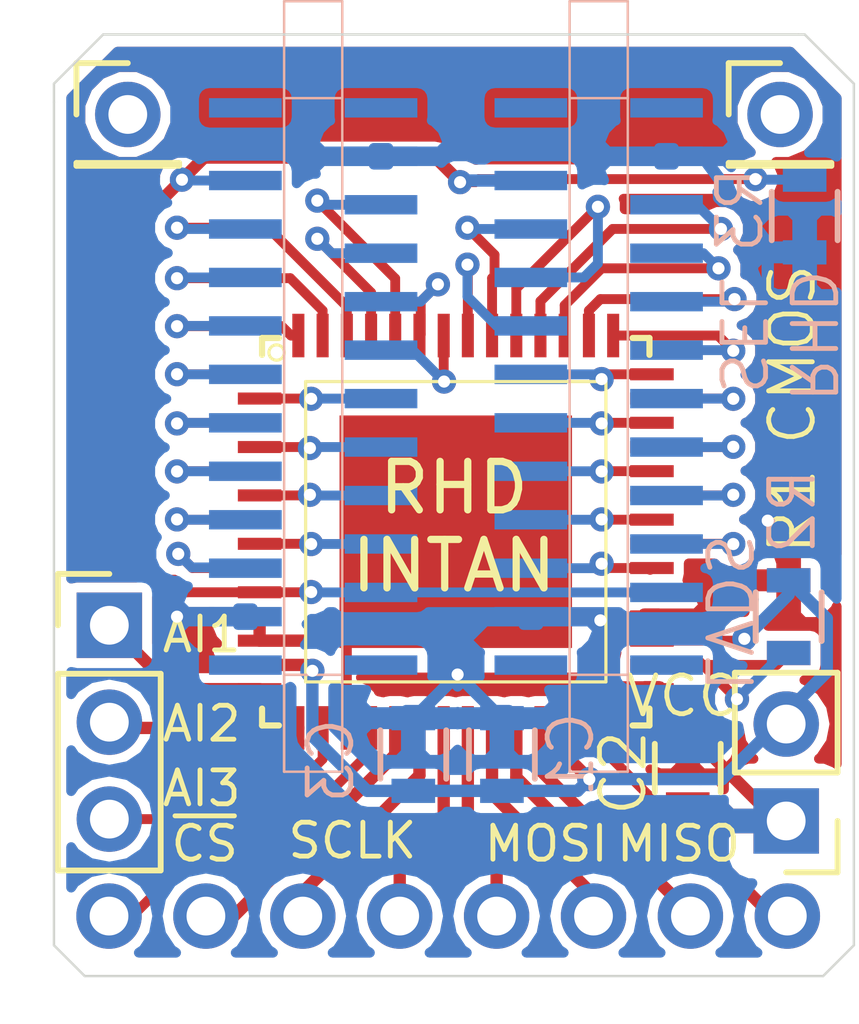
<source format=kicad_pcb>
(kicad_pcb (version 20171130) (host pcbnew "(5.1.6-0-10_14)")

  (general
    (thickness 1.6)
    (drawings 22)
    (tracks 332)
    (zones 0)
    (modules 14)
    (nets 61)
  )

  (page A4)
  (title_block
    (company "Universidade Federal de Minas Gerais")
    (comment 2 "Márcio Flávio Dutra Moraes")
    (comment 3 "Paulo Aparecido Amaral Júnior")
    (comment 4 "Flávio Afonso Gonçalves Mourão")
  )

  (layers
    (0 Top signal)
    (1 Route2 signal)
    (2 Route3 signal)
    (31 Bottom signal)
    (32 B.Adhes user)
    (33 F.Adhes user)
    (34 B.Paste user)
    (35 F.Paste user)
    (36 B.SilkS user)
    (37 F.SilkS user)
    (38 B.Mask user)
    (39 F.Mask user)
    (40 Dwgs.User user hide)
    (41 Cmts.User user hide)
    (42 Eco1.User user hide)
    (43 Eco2.User user hide)
    (44 Edge.Cuts user)
    (45 Margin user hide)
    (46 B.CrtYd user hide)
    (47 F.CrtYd user hide)
    (48 B.Fab user hide)
    (49 F.Fab user hide)
  )

  (setup
    (last_trace_width 0.2032)
    (user_trace_width 0.2032)
    (user_trace_width 0.254)
    (user_trace_width 0.381)
    (user_trace_width 0.508)
    (trace_clearance 0.1778)
    (zone_clearance 0.202)
    (zone_45_only yes)
    (trace_min 0.2032)
    (via_size 0.5)
    (via_drill 0.25)
    (via_min_size 0.5)
    (via_min_drill 0.1524)
    (uvia_size 0.3)
    (uvia_drill 0.1)
    (uvias_allowed no)
    (uvia_min_size 0.2)
    (uvia_min_drill 0.1)
    (edge_width 0.05)
    (segment_width 0.2)
    (pcb_text_width 0.3)
    (pcb_text_size 1.5 1.5)
    (mod_edge_width 0.15)
    (mod_text_size 1 1)
    (mod_text_width 0.15)
    (pad_size 1.35 1.35)
    (pad_drill 0.8)
    (pad_to_mask_clearance 0.2)
    (aux_axis_origin 0 0)
    (visible_elements 7FFFFFFF)
    (pcbplotparams
      (layerselection 0x010f0_80000001)
      (usegerberextensions false)
      (usegerberattributes true)
      (usegerberadvancedattributes true)
      (creategerberjobfile true)
      (excludeedgelayer true)
      (linewidth 0.100000)
      (plotframeref false)
      (viasonmask false)
      (mode 1)
      (useauxorigin false)
      (hpglpennumber 1)
      (hpglpenspeed 20)
      (hpglpendiameter 15.000000)
      (psnegative false)
      (psa4output false)
      (plotreference false)
      (plotvalue false)
      (plotinvisibletext false)
      (padsonsilk false)
      (subtractmaskfromsilk false)
      (outputformat 1)
      (mirror false)
      (drillshape 0)
      (scaleselection 1)
      (outputdirectory "../../../Arquivos Stick/Placa 2 - Headstage INTAN/"))
  )

  (net 0 "")
  (net 1 VCC)
  (net 2 GND)
  (net 3 /N$42)
  (net 4 "Net-(J1-Pad42)")
  (net 5 "Net-(J1-Pad43)")
  (net 6 "Net-(J1-Pad41)")
  (net 7 REF_ELECTRODE)
  (net 8 CH0)
  (net 9 CH1)
  (net 10 CH2)
  (net 11 CH3)
  (net 12 CH4)
  (net 13 CH5)
  (net 14 CH6)
  (net 15 CH7)
  (net 16 CH8)
  (net 17 CH9)
  (net 18 CH10)
  (net 19 CH11)
  (net 20 CH12)
  (net 21 CH13)
  (net 22 CH14)
  (net 23 CH15)
  (net 24 CH16)
  (net 25 CH17)
  (net 26 "Net-(J1-Pad40)")
  (net 27 "Net-(J2-Pad43)")
  (net 28 "Net-(J2-Pad41)")
  (net 29 CH18)
  (net 30 CH19)
  (net 31 CH20)
  (net 32 CH21)
  (net 33 CH22)
  (net 34 CH23)
  (net 35 CH24)
  (net 36 CH25)
  (net 37 CH26)
  (net 38 CH27)
  (net 39 CH28)
  (net 40 CH29)
  (net 41 CH30)
  (net 42 CH31)
  (net 43 "Net-(J2-Pad40)")
  (net 44 AUXIN1)
  (net 45 AUXIN2)
  (net 46 AUXIN3)
  (net 47 ~CS~-)
  (net 48 ~CS~+)
  (net 49 SCLK-)
  (net 50 SCLK+)
  (net 51 MOSI-)
  (net 52 MOSI+)
  (net 53 MISO-)
  (net 54 MISO+)
  (net 55 "Net-(R1-Pad2)")
  (net 56 /N$43)
  (net 57 "Net-(U1-Pad33)")
  (net 58 "Net-(J2-Pad42)")
  (net 59 "Net-(J6-Pad1)")
  (net 60 "Net-(J7-Pad1)")

  (net_class Default "This is the default net class."
    (clearance 0.1778)
    (trace_width 0.2032)
    (via_dia 0.5)
    (via_drill 0.25)
    (uvia_dia 0.3)
    (uvia_drill 0.1)
    (add_net /N$42)
    (add_net /N$43)
    (add_net AUXIN1)
    (add_net AUXIN2)
    (add_net AUXIN3)
    (add_net CH0)
    (add_net CH1)
    (add_net CH10)
    (add_net CH11)
    (add_net CH12)
    (add_net CH13)
    (add_net CH14)
    (add_net CH15)
    (add_net CH16)
    (add_net CH17)
    (add_net CH18)
    (add_net CH19)
    (add_net CH2)
    (add_net CH20)
    (add_net CH21)
    (add_net CH22)
    (add_net CH23)
    (add_net CH24)
    (add_net CH25)
    (add_net CH26)
    (add_net CH27)
    (add_net CH28)
    (add_net CH29)
    (add_net CH3)
    (add_net CH30)
    (add_net CH31)
    (add_net CH4)
    (add_net CH5)
    (add_net CH6)
    (add_net CH7)
    (add_net CH8)
    (add_net CH9)
    (add_net GND)
    (add_net MISO+)
    (add_net MISO-)
    (add_net MOSI+)
    (add_net MOSI-)
    (add_net "Net-(J1-Pad40)")
    (add_net "Net-(J1-Pad41)")
    (add_net "Net-(J1-Pad42)")
    (add_net "Net-(J1-Pad43)")
    (add_net "Net-(J2-Pad40)")
    (add_net "Net-(J2-Pad41)")
    (add_net "Net-(J2-Pad42)")
    (add_net "Net-(J2-Pad43)")
    (add_net "Net-(J6-Pad1)")
    (add_net "Net-(J7-Pad1)")
    (add_net "Net-(R1-Pad2)")
    (add_net "Net-(U1-Pad33)")
    (add_net REF_ELECTRODE)
    (add_net SCLK+)
    (add_net SCLK-)
    (add_net VCC)
    (add_net ~CS~+)
    (add_net ~CS~-)
  )

  (module NNClib:FFCfemale20 (layer Bottom) (tedit 603AF629) (tstamp 5AC77ACA)
    (at 149.3012 106.7562 90)
    (path /5AC653A2)
    (fp_text reference J2 (at -11.7348 1.9558 180) (layer Dwgs.User)
      (effects (font (size 1 1) (thickness 0.15)))
    )
    (fp_text value FFCfemale20 (at 3.6322 14.9098 180) (layer Dwgs.User)
      (effects (font (size 1 1) (thickness 0.15)))
    )
    (fp_line (start 10.7 2.75) (end 10.7 1.55) (layer B.SilkS) (width 0.0508))
    (fp_line (start -1.2 2.75) (end 10.7 2.75) (layer B.SilkS) (width 0.0508))
    (fp_line (start -1.2 1.55) (end -1.2 2.75) (layer B.SilkS) (width 0.0508))
    (fp_line (start 10.7 1.55) (end -1.2 1.55) (layer B.SilkS) (width 0.0508))
    (fp_line (start -3.2 1.55) (end -1.2 1.55) (layer B.SilkS) (width 0.0508))
    (fp_line (start -1.2 1.55) (end -3.2 1.55) (layer B.SilkS) (width 0.0508))
    (fp_line (start -3.2 2.75) (end -3.2 1.55) (layer B.SilkS) (width 0.0508))
    (fp_line (start -1.2 2.75) (end -3.2 2.75) (layer B.SilkS) (width 0.0508))
    (fp_line (start 10.7 2.75) (end 12.7 2.75) (layer B.SilkS) (width 0.0508))
    (fp_line (start 12.7 1.55) (end 12.7 2.75) (layer B.SilkS) (width 0.0508))
    (fp_line (start 10.7 1.55) (end 12.7 1.55) (layer B.SilkS) (width 0.0508))
    (pad 42 smd rect (at 10.5 0.75 90) (size 0.4 1.5) (layers Bottom B.Paste B.Mask)
      (net 58 "Net-(J2-Pad42)"))
    (pad 43 smd rect (at 10.5 3.55 90) (size 0.4 1.5) (layers Bottom B.Paste B.Mask)
      (net 27 "Net-(J2-Pad43)"))
    (pad 41 smd rect (at -1 3.55 90) (size 0.4 1.5) (layers Bottom B.Paste B.Mask)
      (net 28 "Net-(J2-Pad41)"))
    (pad 1 smd rect (at 0 0.75 270) (size 0.4 1.5) (layers Bottom B.Paste B.Mask)
      (net 2 GND))
    (pad 3 smd rect (at 1 0.75 270) (size 0.4 1.5) (layers Bottom B.Paste B.Mask)
      (net 42 CH31))
    (pad 5 smd rect (at 2 0.75 270) (size 0.4 1.5) (layers Bottom B.Paste B.Mask)
      (net 40 CH29))
    (pad 7 smd rect (at 3 0.75 270) (size 0.4 1.5) (layers Bottom B.Paste B.Mask)
      (net 38 CH27))
    (pad 9 smd rect (at 4 0.75 270) (size 0.4 1.5) (layers Bottom B.Paste B.Mask)
      (net 36 CH25))
    (pad 11 smd rect (at 5 0.75 270) (size 0.4 1.5) (layers Bottom B.Paste B.Mask)
      (net 34 CH23))
    (pad 13 smd rect (at 6 0.75 270) (size 0.4 1.5) (layers Bottom B.Paste B.Mask)
      (net 24 CH16))
    (pad 15 smd rect (at 7 0.75 270) (size 0.4 1.5) (layers Bottom B.Paste B.Mask)
      (net 29 CH18))
    (pad 17 smd rect (at 8 0.75 270) (size 0.4 1.5) (layers Bottom B.Paste B.Mask)
      (net 25 CH17))
    (pad 19 smd rect (at 9 0.75 270) (size 0.4 1.5) (layers Bottom B.Paste B.Mask)
      (net 7 REF_ELECTRODE))
    (pad 2 smd rect (at 0.5 3.55 270) (size 0.4 1.5) (layers Bottom B.Paste B.Mask)
      (net 7 REF_ELECTRODE))
    (pad 4 smd rect (at 1.5 3.55 270) (size 0.4 1.5) (layers Bottom B.Paste B.Mask)
      (net 41 CH30))
    (pad 6 smd rect (at 2.5 3.55 270) (size 0.4 1.5) (layers Bottom B.Paste B.Mask)
      (net 39 CH28))
    (pad 8 smd rect (at 3.5 3.55 270) (size 0.4 1.5) (layers Bottom B.Paste B.Mask)
      (net 37 CH26))
    (pad 10 smd rect (at 4.5 3.55 270) (size 0.4 1.5) (layers Bottom B.Paste B.Mask)
      (net 35 CH24))
    (pad 12 smd rect (at 5.5 3.55 270) (size 0.4 1.5) (layers Bottom B.Paste B.Mask)
      (net 33 CH22))
    (pad 14 smd rect (at 6.5 3.55 270) (size 0.4 1.5) (layers Bottom B.Paste B.Mask)
      (net 32 CH21))
    (pad 16 smd rect (at 7.5 3.55 270) (size 0.4 1.5) (layers Bottom B.Paste B.Mask)
      (net 31 CH20))
    (pad 18 smd rect (at 8.5 3.55 270) (size 0.4 1.5) (layers Bottom B.Paste B.Mask)
      (net 30 CH19))
    (pad 20 smd rect (at 9.5 3.55 270) (size 0.4 1.5) (layers Bottom B.Paste B.Mask)
      (net 2 GND))
    (pad 40 smd rect (at -1 0.75 90) (size 0.4 1.5) (layers Bottom B.Paste B.Mask)
      (net 43 "Net-(J2-Pad40)"))
    (model ${KISYS3DMOD}/FFC2A3224T/FFC2A32-24-T.stp
      (offset (xyz 4.8 2.1 0))
      (scale (xyz 0.8 0.7 1))
      (rotate (xyz -90 0 180))
    )
  )

  (module NNClib:FFCfemale20 (layer Bottom) (tedit 603AF54B) (tstamp 5AC77AA3)
    (at 143.4084 106.7562 90)
    (path /5AC65309)
    (fp_text reference J1 (at -11.7348 5.3086 180) (layer Dwgs.User)
      (effects (font (size 1 1) (thickness 0.15)))
    )
    (fp_text value FFCfemale20 (at 6.6802 21.3106 180) (layer Dwgs.User)
      (effects (font (size 1 1) (thickness 0.15)))
    )
    (fp_line (start 10.7 2.75) (end 10.7 1.55) (layer B.SilkS) (width 0.0508))
    (fp_line (start -1.2 2.75) (end 10.7 2.75) (layer B.SilkS) (width 0.0508))
    (fp_line (start -1.2 1.55) (end -1.2 2.75) (layer B.SilkS) (width 0.0508))
    (fp_line (start 10.7 1.55) (end -1.2 1.55) (layer B.SilkS) (width 0.0508))
    (fp_line (start -3.2 1.55) (end -1.2 1.55) (layer B.SilkS) (width 0.0508))
    (fp_line (start -1.2 1.55) (end -3.2 1.55) (layer B.SilkS) (width 0.0508))
    (fp_line (start -3.2 2.75) (end -3.2 1.55) (layer B.SilkS) (width 0.0508))
    (fp_line (start -1.2 2.75) (end -3.2 2.75) (layer B.SilkS) (width 0.0508))
    (fp_line (start 10.7 2.75) (end 12.7 2.75) (layer B.SilkS) (width 0.0508))
    (fp_line (start 12.7 1.55) (end 12.7 2.75) (layer B.SilkS) (width 0.0508))
    (fp_line (start 10.7 1.55) (end 12.7 1.55) (layer B.SilkS) (width 0.0508))
    (pad 42 smd rect (at 10.5 0.75 90) (size 0.4 1.5) (layers Bottom B.Paste B.Mask)
      (net 4 "Net-(J1-Pad42)"))
    (pad 43 smd rect (at 10.5 3.55 90) (size 0.4 1.5) (layers Bottom B.Paste B.Mask)
      (net 5 "Net-(J1-Pad43)"))
    (pad 41 smd rect (at -1 3.55 90) (size 0.4 1.5) (layers Bottom B.Paste B.Mask)
      (net 6 "Net-(J1-Pad41)"))
    (pad 1 smd rect (at 0 0.75 270) (size 0.4 1.5) (layers Bottom B.Paste B.Mask)
      (net 2 GND))
    (pad 3 smd rect (at 1 0.75 270) (size 0.4 1.5) (layers Bottom B.Paste B.Mask)
      (net 8 CH0))
    (pad 5 smd rect (at 2 0.75 270) (size 0.4 1.5) (layers Bottom B.Paste B.Mask)
      (net 10 CH2))
    (pad 7 smd rect (at 3 0.75 270) (size 0.4 1.5) (layers Bottom B.Paste B.Mask)
      (net 12 CH4))
    (pad 9 smd rect (at 4 0.75 270) (size 0.4 1.5) (layers Bottom B.Paste B.Mask)
      (net 14 CH6))
    (pad 11 smd rect (at 5 0.75 270) (size 0.4 1.5) (layers Bottom B.Paste B.Mask)
      (net 16 CH8))
    (pad 13 smd rect (at 6 0.75 270) (size 0.4 1.5) (layers Bottom B.Paste B.Mask)
      (net 17 CH9))
    (pad 15 smd rect (at 7 0.75 270) (size 0.4 1.5) (layers Bottom B.Paste B.Mask)
      (net 18 CH10))
    (pad 17 smd rect (at 8 0.75 270) (size 0.4 1.5) (layers Bottom B.Paste B.Mask)
      (net 19 CH11))
    (pad 19 smd rect (at 9 0.75 270) (size 0.4 1.5) (layers Bottom B.Paste B.Mask)
      (net 7 REF_ELECTRODE))
    (pad 2 smd rect (at 0.5 3.55 270) (size 0.4 1.5) (layers Bottom B.Paste B.Mask)
      (net 7 REF_ELECTRODE))
    (pad 4 smd rect (at 1.5 3.55 270) (size 0.4 1.5) (layers Bottom B.Paste B.Mask)
      (net 9 CH1))
    (pad 6 smd rect (at 2.5 3.55 270) (size 0.4 1.5) (layers Bottom B.Paste B.Mask)
      (net 11 CH3))
    (pad 8 smd rect (at 3.5 3.55 270) (size 0.4 1.5) (layers Bottom B.Paste B.Mask)
      (net 13 CH5))
    (pad 10 smd rect (at 4.5 3.55 270) (size 0.4 1.5) (layers Bottom B.Paste B.Mask)
      (net 15 CH7))
    (pad 12 smd rect (at 5.5 3.55 270) (size 0.4 1.5) (layers Bottom B.Paste B.Mask)
      (net 23 CH15))
    (pad 14 smd rect (at 6.5 3.55 270) (size 0.4 1.5) (layers Bottom B.Paste B.Mask)
      (net 22 CH14))
    (pad 16 smd rect (at 7.5 3.55 270) (size 0.4 1.5) (layers Bottom B.Paste B.Mask)
      (net 20 CH12))
    (pad 18 smd rect (at 8.5 3.55 270) (size 0.4 1.5) (layers Bottom B.Paste B.Mask)
      (net 21 CH13))
    (pad 20 smd rect (at 9.5 3.55 270) (size 0.4 1.5) (layers Bottom B.Paste B.Mask)
      (net 2 GND))
    (pad 40 smd rect (at -1 0.75 90) (size 0.4 1.5) (layers Bottom B.Paste B.Mask)
      (net 26 "Net-(J1-Pad40)"))
    (model ${KISYS3DMOD}/FFC2A3224T/FFC2A32-24-T.stp
      (offset (xyz 4.8 2.1 0))
      (scale (xyz 0.8 0.7 1))
      (rotate (xyz -90 0 0))
    )
  )

  (module NNClib:RHD2000-QFN56_8_X_8_LARGE (layer Top) (tedit 603AF3F7) (tstamp 5AC77B7D)
    (at 148.5011 105.0036)
    (path /5AC64383)
    (attr smd)
    (fp_text reference U1 (at -4.2291 13.4874) (layer Dwgs.User)
      (effects (font (size 1.27 1.27) (thickness 0.1016)))
    )
    (fp_text value RHD2132_QFN (at -24.5011 -11.0036) (layer Dwgs.User)
      (effects (font (size 1.524 1.524) (thickness 0.15)))
    )
    (fp_circle (center -3.69768 -3.69768) (end -3.80944 -3.80944) (layer F.SilkS) (width 0.0635))
    (fp_line (start 3.99796 3.99796) (end 3.64998 3.99796) (layer F.SilkS) (width 0.127))
    (fp_line (start 3.99796 3.99796) (end 3.99796 3.64998) (layer F.SilkS) (width 0.127))
    (fp_line (start -3.99796 3.99796) (end -3.64998 3.99796) (layer F.SilkS) (width 0.127))
    (fp_line (start -3.99796 3.99796) (end -3.99796 3.64998) (layer F.SilkS) (width 0.127))
    (fp_line (start 3.99796 -3.99796) (end 3.99796 -3.64998) (layer F.SilkS) (width 0.127))
    (fp_line (start 3.99796 -3.99796) (end 3.64998 -3.99796) (layer F.SilkS) (width 0.127))
    (fp_line (start -3.99796 -3.99796) (end -3.99796 -3.64998) (layer F.SilkS) (width 0.127))
    (fp_line (start -3.99796 -3.99796) (end -3.64998 -3.99796) (layer F.SilkS) (width 0.127))
    (fp_line (start -3.0988 3.0988) (end -3.0988 -3.0988) (layer F.SilkS) (width 0.06604))
    (fp_line (start -3.0988 -3.0988) (end 3.0988 -3.0988) (layer F.SilkS) (width 0.06604))
    (fp_line (start 3.0988 3.0988) (end 3.0988 -3.0988) (layer F.SilkS) (width 0.06604))
    (fp_line (start -3.0988 3.0988) (end 3.0988 3.0988) (layer F.SilkS) (width 0.06604))
    (pad 1 smd rect (at -4.04876 -3.24866) (size 0.89916 0.24892) (layers Top F.Paste F.Mask)
      (net 16 CH8))
    (pad 2 smd rect (at -4.04876 -2.74828) (size 0.89916 0.24892) (layers Top F.Paste F.Mask)
      (net 15 CH7))
    (pad 3 smd rect (at -4.04876 -2.2479) (size 0.89916 0.24892) (layers Top F.Paste F.Mask)
      (net 14 CH6))
    (pad 4 smd rect (at -4.04876 -1.74752) (size 0.89916 0.24892) (layers Top F.Paste F.Mask)
      (net 13 CH5))
    (pad 5 smd rect (at -4.04876 -1.24968) (size 0.89916 0.24892) (layers Top F.Paste F.Mask)
      (net 12 CH4))
    (pad 6 smd rect (at -4.04876 -0.7493) (size 0.89916 0.24892) (layers Top F.Paste F.Mask)
      (net 11 CH3))
    (pad 7 smd rect (at -4.04876 -0.24892) (size 0.89916 0.24892) (layers Top F.Paste F.Mask)
      (net 10 CH2))
    (pad 8 smd rect (at -4.04876 0.24892) (size 0.89916 0.24892) (layers Top F.Paste F.Mask)
      (net 9 CH1))
    (pad 9 smd rect (at -4.04876 0.7493) (size 0.89916 0.24892) (layers Top F.Paste F.Mask)
      (net 8 CH0))
    (pad 10 smd rect (at -4.04876 1.24968) (size 0.89916 0.24892) (layers Top F.Paste F.Mask)
      (net 7 REF_ELECTRODE))
    (pad 11 smd rect (at -4.04876 1.74752) (size 0.89916 0.24892) (layers Top F.Paste F.Mask)
      (net 2 GND))
    (pad 12 smd rect (at -4.04876 2.2479) (size 0.89916 0.24892) (layers Top F.Paste F.Mask)
      (net 2 GND))
    (pad 13 smd rect (at -4.04876 2.74828) (size 0.89916 0.24892) (layers Top F.Paste F.Mask)
      (net 1 VCC))
    (pad 14 smd rect (at -4.04876 3.24866) (size 0.89916 0.24892) (layers Top F.Paste F.Mask)
      (net 44 AUXIN1))
    (pad 15 smd rect (at -3.24866 4.04876 90) (size 0.89916 0.24892) (layers Top F.Paste F.Mask)
      (net 45 AUXIN2))
    (pad 16 smd rect (at -2.74828 4.04876 90) (size 0.89916 0.24892) (layers Top F.Paste F.Mask)
      (net 46 AUXIN3))
    (pad 17 smd rect (at -2.2479 4.04876 90) (size 0.89916 0.24892) (layers Top F.Paste F.Mask)
      (net 2 GND))
    (pad 18 smd rect (at -1.74752 4.04876 90) (size 0.89916 0.24892) (layers Top F.Paste F.Mask)
      (net 47 ~CS~-))
    (pad 19 smd rect (at -1.24968 4.04876 90) (size 0.89916 0.24892) (layers Top F.Paste F.Mask)
      (net 48 ~CS~+))
    (pad 20 smd rect (at -0.7493 4.04876 90) (size 0.89916 0.24892) (layers Top F.Paste F.Mask)
      (net 49 SCLK-))
    (pad 21 smd rect (at -0.24892 4.04876 90) (size 0.89916 0.24892) (layers Top F.Paste F.Mask)
      (net 50 SCLK+))
    (pad 22 smd rect (at 0.24892 4.04876 90) (size 0.89916 0.24892) (layers Top F.Paste F.Mask)
      (net 51 MOSI-))
    (pad 23 smd rect (at 0.7493 4.04876 90) (size 0.89916 0.24892) (layers Top F.Paste F.Mask)
      (net 52 MOSI+))
    (pad 24 smd rect (at 1.24968 4.04876 90) (size 0.89916 0.24892) (layers Top F.Paste F.Mask)
      (net 53 MISO-))
    (pad 25 smd rect (at 1.74752 4.04876 90) (size 0.89916 0.24892) (layers Top F.Paste F.Mask)
      (net 54 MISO+))
    (pad 26 smd rect (at 2.2479 4.04876 90) (size 0.89916 0.24892) (layers Top F.Paste F.Mask)
      (net 1 VCC))
    (pad 27 smd rect (at 2.74828 4.04876 90) (size 0.89916 0.24892) (layers Top F.Paste F.Mask)
      (net 56 /N$43))
    (pad 28 smd rect (at 3.24866 4.04876 90) (size 0.89916 0.24892) (layers Top F.Paste F.Mask)
      (net 3 /N$42))
    (pad 29 smd rect (at 4.04876 3.24866) (size 0.89916 0.24892) (layers Top F.Paste F.Mask)
      (net 2 GND))
    (pad 30 smd rect (at 4.04876 2.74828) (size 0.89916 0.24892) (layers Top F.Paste F.Mask)
      (net 55 "Net-(R1-Pad2)"))
    (pad 31 smd rect (at 4.04876 2.2479) (size 0.89916 0.24892) (layers Top F.Paste F.Mask)
      (net 1 VCC))
    (pad 32 smd rect (at 4.04876 1.74752) (size 0.89916 0.24892) (layers Top F.Paste F.Mask)
      (net 2 GND))
    (pad 33 smd rect (at 4.04876 1.24968) (size 0.89916 0.24892) (layers Top F.Paste F.Mask)
      (net 57 "Net-(U1-Pad33)"))
    (pad 34 smd rect (at 4.04876 0.7493) (size 0.89916 0.24892) (layers Top F.Paste F.Mask)
      (net 42 CH31))
    (pad 35 smd rect (at 4.04876 0.24892) (size 0.89916 0.24892) (layers Top F.Paste F.Mask)
      (net 41 CH30))
    (pad 36 smd rect (at 4.04876 -0.24892) (size 0.89916 0.24892) (layers Top F.Paste F.Mask)
      (net 40 CH29))
    (pad 37 smd rect (at 4.04876 -0.7493) (size 0.89916 0.24892) (layers Top F.Paste F.Mask)
      (net 39 CH28))
    (pad 38 smd rect (at 4.04876 -1.24968) (size 0.89916 0.24892) (layers Top F.Paste F.Mask)
      (net 38 CH27))
    (pad 39 smd rect (at 4.04876 -1.74752) (size 0.89916 0.24892) (layers Top F.Paste F.Mask)
      (net 37 CH26))
    (pad 40 smd rect (at 4.04876 -2.2479) (size 0.89916 0.24892) (layers Top F.Paste F.Mask)
      (net 36 CH25))
    (pad 41 smd rect (at 4.04876 -2.74828) (size 0.89916 0.24892) (layers Top F.Paste F.Mask)
      (net 35 CH24))
    (pad 42 smd rect (at 4.04876 -3.24866) (size 0.89916 0.24892) (layers Top F.Paste F.Mask)
      (net 34 CH23))
    (pad 43 smd rect (at 3.24866 -4.04876 90) (size 0.89916 0.24892) (layers Top F.Paste F.Mask)
      (net 33 CH22))
    (pad 44 smd rect (at 2.74828 -4.04876 90) (size 0.89916 0.24892) (layers Top F.Paste F.Mask)
      (net 32 CH21))
    (pad 45 smd rect (at 2.2479 -4.04876 90) (size 0.89916 0.24892) (layers Top F.Paste F.Mask)
      (net 31 CH20))
    (pad 46 smd rect (at 1.74752 -4.04876 90) (size 0.89916 0.24892) (layers Top F.Paste F.Mask)
      (net 30 CH19))
    (pad 47 smd rect (at 1.24968 -4.04876 90) (size 0.89916 0.24892) (layers Top F.Paste F.Mask)
      (net 29 CH18))
    (pad 48 smd rect (at 0.7493 -4.04876 90) (size 0.89916 0.24892) (layers Top F.Paste F.Mask)
      (net 25 CH17))
    (pad 49 smd rect (at 0.24892 -4.04876 90) (size 0.89916 0.24892) (layers Top F.Paste F.Mask)
      (net 24 CH16))
    (pad 50 smd rect (at -0.24892 -4.04876 90) (size 0.89916 0.24892) (layers Top F.Paste F.Mask)
      (net 23 CH15))
    (pad 51 smd rect (at -0.7493 -4.04876 90) (size 0.89916 0.24892) (layers Top F.Paste F.Mask)
      (net 22 CH14))
    (pad 52 smd rect (at -1.24968 -4.04876 90) (size 0.89916 0.24892) (layers Top F.Paste F.Mask)
      (net 21 CH13))
    (pad 53 smd rect (at -1.74752 -4.04876 90) (size 0.89916 0.24892) (layers Top F.Paste F.Mask)
      (net 20 CH12))
    (pad 54 smd rect (at -2.2479 -4.04876 90) (size 0.89916 0.24892) (layers Top F.Paste F.Mask)
      (net 19 CH11))
    (pad 55 smd rect (at -2.74828 -4.04876 90) (size 0.89916 0.24892) (layers Top F.Paste F.Mask)
      (net 18 CH10))
    (pad 56 smd rect (at -3.24866 -4.04876 90) (size 0.89916 0.24892) (layers Top F.Paste F.Mask)
      (net 17 CH9))
    (pad CENT smd rect (at 0 0) (size 4.79806 4.79806) (layers Top F.Paste F.Mask)
      (net 2 GND))
    (model ${KISYS3DMOD}/NNClib3d/RHD2000.wrl
      (offset (xyz 0 0 0.26))
      (scale (xyz 0.4 0.4 0.3))
      (rotate (xyz 0 0 0))
    )
  )

  (module Resistors_SMD:R_0603 (layer Bottom) (tedit 603AF288) (tstamp 5AD3BC82)
    (at 155.3718 106.7562 270)
    (descr "Resistor SMD 0603, reflow soldering, Vishay (see dcrcw.pdf)")
    (tags "resistor 0603")
    (path /5AC660C3)
    (attr smd)
    (fp_text reference R2 (at -2.1717 -0.0762 270) (layer B.SilkS)
      (effects (font (size 0.9 0.9) (thickness 0.1)) (justify mirror))
    )
    (fp_text value 0 (at 0.6858 -2.7432) (layer Dwgs.User)
      (effects (font (size 1 1) (thickness 0.15)))
    )
    (fp_line (start 1.25 -0.7) (end -1.25 -0.7) (layer B.CrtYd) (width 0.05))
    (fp_line (start 1.25 -0.7) (end 1.25 0.7) (layer B.CrtYd) (width 0.05))
    (fp_line (start -1.25 0.7) (end -1.25 -0.7) (layer B.CrtYd) (width 0.05))
    (fp_line (start -1.25 0.7) (end 1.25 0.7) (layer B.CrtYd) (width 0.05))
    (fp_line (start -0.5 0.68) (end 0.5 0.68) (layer B.SilkS) (width 0.12))
    (fp_line (start 0.5 -0.68) (end -0.5 -0.68) (layer B.SilkS) (width 0.12))
    (fp_line (start -0.8 0.4) (end 0.8 0.4) (layer B.Fab) (width 0.1))
    (fp_line (start 0.8 0.4) (end 0.8 -0.4) (layer B.Fab) (width 0.1))
    (fp_line (start 0.8 -0.4) (end -0.8 -0.4) (layer B.Fab) (width 0.1))
    (fp_line (start -0.8 -0.4) (end -0.8 0.4) (layer B.Fab) (width 0.1))
    (fp_text user %R (at 0 0 270) (layer B.Fab)
      (effects (font (size 0.4 0.4) (thickness 0.075)) (justify mirror))
    )
    (pad 1 smd rect (at -0.75 0 270) (size 0.5 0.9) (layers Bottom B.Paste B.Mask)
      (net 1 VCC))
    (pad 2 smd rect (at 0.75 0 270) (size 0.5 0.9) (layers Bottom B.Paste B.Mask)
      (net 55 "Net-(R1-Pad2)"))
    (model ${KISYS3DMOD}/Resistors_SMD.3dshapes/R_0603.wrl
      (at (xyz 0 0 0))
      (scale (xyz 1 1 1))
      (rotate (xyz 0 0 0))
    )
    (model ${KISYS3DMOD}/Resistor_SMD.3dshapes/R_01005_0402Metric.step
      (at (xyz 0 0 0))
      (scale (xyz 4.2 3.5 3))
      (rotate (xyz 0 0 0))
    )
  )

  (module Resistors_SMD:R_0603 (layer Bottom) (tedit 603AF268) (tstamp 5AD3BC60)
    (at 147.6248 109.601 90)
    (descr "Resistor SMD 0603, reflow soldering, Vishay (see dcrcw.pdf)")
    (tags "resistor 0603")
    (path /576BDBCF)
    (attr smd)
    (fp_text reference C3 (at -0.127 -1.7018 90) (layer B.SilkS)
      (effects (font (size 0.9 0.9) (thickness 0.1)) (justify mirror))
    )
    (fp_text value 100n (at -6.35 -0.8128 180) (layer Dwgs.User)
      (effects (font (size 1 1) (thickness 0.15)))
    )
    (fp_line (start 1.25 -0.7) (end -1.25 -0.7) (layer B.CrtYd) (width 0.05))
    (fp_line (start 1.25 -0.7) (end 1.25 0.7) (layer B.CrtYd) (width 0.05))
    (fp_line (start -1.25 0.7) (end -1.25 -0.7) (layer B.CrtYd) (width 0.05))
    (fp_line (start -1.25 0.7) (end 1.25 0.7) (layer B.CrtYd) (width 0.05))
    (fp_line (start -0.5 0.68) (end 0.5 0.68) (layer B.SilkS) (width 0.12))
    (fp_line (start 0.5 -0.68) (end -0.5 -0.68) (layer B.SilkS) (width 0.12))
    (fp_line (start -0.8 0.4) (end 0.8 0.4) (layer B.Fab) (width 0.1))
    (fp_line (start 0.8 0.4) (end 0.8 -0.4) (layer B.Fab) (width 0.1))
    (fp_line (start 0.8 -0.4) (end -0.8 -0.4) (layer B.Fab) (width 0.1))
    (fp_line (start -0.8 -0.4) (end -0.8 0.4) (layer B.Fab) (width 0.1))
    (fp_text user %R (at 0 0 90) (layer B.Fab)
      (effects (font (size 0.4 0.4) (thickness 0.075)) (justify mirror))
    )
    (pad 1 smd rect (at -0.75 0 90) (size 0.5 0.9) (layers Bottom B.Paste B.Mask)
      (net 1 VCC))
    (pad 2 smd rect (at 0.75 0 90) (size 0.5 0.9) (layers Bottom B.Paste B.Mask)
      (net 2 GND))
    (model ${KISYS3DMOD}/Capacitor_SMD.3dshapes/C_0402_1005Metric.step
      (at (xyz 0 0 0))
      (scale (xyz 1.5 1.4 1.2))
      (rotate (xyz 0 0 0))
    )
  )

  (module Resistors_SMD:R_0603 (layer Top) (tedit 603AF24F) (tstamp 5AD3BC4F)
    (at 153.289 109.8804 90)
    (descr "Resistor SMD 0603, reflow soldering, Vishay (see dcrcw.pdf)")
    (tags "resistor 0603")
    (path /57309159)
    (attr smd)
    (fp_text reference C2 (at -0.1016 -1.3335 90) (layer F.SilkS)
      (effects (font (size 0.9 0.9) (thickness 0.1)))
    )
    (fp_text value 10n (at 0.2794 11.557 180) (layer Dwgs.User)
      (effects (font (size 1 1) (thickness 0.15)))
    )
    (fp_line (start 1.25 0.7) (end -1.25 0.7) (layer F.CrtYd) (width 0.05))
    (fp_line (start 1.25 0.7) (end 1.25 -0.7) (layer F.CrtYd) (width 0.05))
    (fp_line (start -1.25 -0.7) (end -1.25 0.7) (layer F.CrtYd) (width 0.05))
    (fp_line (start -1.25 -0.7) (end 1.25 -0.7) (layer F.CrtYd) (width 0.05))
    (fp_line (start -0.5 -0.68) (end 0.5 -0.68) (layer F.SilkS) (width 0.12))
    (fp_line (start 0.5 0.68) (end -0.5 0.68) (layer F.SilkS) (width 0.12))
    (fp_line (start -0.8 -0.4) (end 0.8 -0.4) (layer F.Fab) (width 0.1))
    (fp_line (start 0.8 -0.4) (end 0.8 0.4) (layer F.Fab) (width 0.1))
    (fp_line (start 0.8 0.4) (end -0.8 0.4) (layer F.Fab) (width 0.1))
    (fp_line (start -0.8 0.4) (end -0.8 -0.4) (layer F.Fab) (width 0.1))
    (fp_text user %R (at 0 0 90) (layer F.Fab)
      (effects (font (size 0.4 0.4) (thickness 0.075)))
    )
    (pad 1 smd rect (at -0.75 0 90) (size 0.5 0.9) (layers Top F.Paste F.Mask)
      (net 3 /N$42))
    (pad 2 smd rect (at 0.75 0 90) (size 0.5 0.9) (layers Top F.Paste F.Mask)
      (net 2 GND))
    (model ${KISYS3DMOD}/Capacitor_SMD.3dshapes/C_0402_1005Metric.step
      (at (xyz 0 0 0))
      (scale (xyz 1.5 1.5 1))
      (rotate (xyz 0 0 0))
    )
  )

  (module Resistors_SMD:R_0603 (layer Bottom) (tedit 603AF217) (tstamp 5AD3BC3E)
    (at 149.4536 109.601 90)
    (descr "Resistor SMD 0603, reflow soldering, Vishay (see dcrcw.pdf)")
    (tags "resistor 0603")
    (path /57309091)
    (attr smd)
    (fp_text reference C1 (at 0 1.4224 90) (layer B.SilkS)
      (effects (font (size 0.9 0.9) (thickness 0.1)) (justify mirror))
    )
    (fp_text value 100n (at -6.223 2.5654 180) (layer Dwgs.User)
      (effects (font (size 1 1) (thickness 0.15)))
    )
    (fp_line (start 1.25 -0.7) (end -1.25 -0.7) (layer B.CrtYd) (width 0.05))
    (fp_line (start 1.25 -0.7) (end 1.25 0.7) (layer B.CrtYd) (width 0.05))
    (fp_line (start -1.25 0.7) (end -1.25 -0.7) (layer B.CrtYd) (width 0.05))
    (fp_line (start -1.25 0.7) (end 1.25 0.7) (layer B.CrtYd) (width 0.05))
    (fp_line (start -0.5 0.68) (end 0.5 0.68) (layer B.SilkS) (width 0.12))
    (fp_line (start 0.5 -0.68) (end -0.5 -0.68) (layer B.SilkS) (width 0.12))
    (fp_line (start -0.8 0.4) (end 0.8 0.4) (layer B.Fab) (width 0.1))
    (fp_line (start 0.8 0.4) (end 0.8 -0.4) (layer B.Fab) (width 0.1))
    (fp_line (start 0.8 -0.4) (end -0.8 -0.4) (layer B.Fab) (width 0.1))
    (fp_line (start -0.8 -0.4) (end -0.8 0.4) (layer B.Fab) (width 0.1))
    (fp_text user %R (at 0 0 90) (layer B.Fab)
      (effects (font (size 0.4 0.4) (thickness 0.075)) (justify mirror))
    )
    (pad 1 smd rect (at -0.75 0 90) (size 0.5 0.9) (layers Bottom B.Paste B.Mask)
      (net 1 VCC))
    (pad 2 smd rect (at 0.75 0 90) (size 0.5 0.9) (layers Bottom B.Paste B.Mask)
      (net 2 GND))
    (model ${KISYS3DMOD}/Capacitor_SMD.3dshapes/C_0402_1005Metric.step
      (at (xyz 0 0 0))
      (scale (xyz 1.5 1.5 1.2))
      (rotate (xyz 0 0 0))
    )
  )

  (module Pin_Headers:Pin_Header_Straight_1x01_Pitch2.00mm (layer Top) (tedit 5AFF1BB7) (tstamp 5AE328E4)
    (at 155.194 96.393)
    (descr "Through hole straight pin header, 1x01, 2.00mm pitch, single row")
    (tags "Through hole pin header THT 1x01 2.00mm single row")
    (path /5AE328E4)
    (fp_text reference J6 (at 6.477 21.971) (layer Dwgs.User)
      (effects (font (size 1 1) (thickness 0.15)))
    )
    (fp_text value Conn_01x01 (at 2.806 -7.393) (layer F.Fab)
      (effects (font (size 1 1) (thickness 0.15)))
    )
    (fp_line (start 1.5 -1.5) (end -1.5 -1.5) (layer F.CrtYd) (width 0.05))
    (fp_line (start 1.5 1.5) (end 1.5 -1.5) (layer F.CrtYd) (width 0.05))
    (fp_line (start -1.5 1.5) (end 1.5 1.5) (layer F.CrtYd) (width 0.05))
    (fp_line (start -1.5 -1.5) (end -1.5 1.5) (layer F.CrtYd) (width 0.05))
    (fp_line (start -1.06 -1.06) (end 0 -1.06) (layer F.SilkS) (width 0.12))
    (fp_line (start -1.06 0) (end -1.06 -1.06) (layer F.SilkS) (width 0.12))
    (fp_line (start -1.06 1) (end 1.06 1) (layer F.SilkS) (width 0.12))
    (fp_line (start 1.06 1) (end 1.06 1.06) (layer F.SilkS) (width 0.12))
    (fp_line (start -1.06 1) (end -1.06 1.06) (layer F.SilkS) (width 0.12))
    (fp_line (start -1.06 1.06) (end 1.06 1.06) (layer F.SilkS) (width 0.12))
    (fp_line (start -1 -0.5) (end -0.5 -1) (layer F.Fab) (width 0.1))
    (fp_line (start -1 1) (end -1 -0.5) (layer F.Fab) (width 0.1))
    (fp_line (start 1 1) (end -1 1) (layer F.Fab) (width 0.1))
    (fp_line (start 1 -1) (end 1 1) (layer F.Fab) (width 0.1))
    (fp_line (start -0.5 -1) (end 1 -1) (layer F.Fab) (width 0.1))
    (fp_text user %R (at 0 0 90) (layer F.Fab)
      (effects (font (size 1 1) (thickness 0.15)))
    )
    (pad 1 thru_hole circle (at 0 0) (size 1.35 1.35) (drill 0.8) (layers *.Cu *.Mask)
      (net 59 "Net-(J6-Pad1)"))
    (model ${KISYS3DMOD}/Pin_Headers.3dshapes/Pin_Header_Straight_1x01_Pitch2.00mm.wrl
      (at (xyz 0 0 0))
      (scale (xyz 1 1 1))
      (rotate (xyz 0 0 0))
    )
  )

  (module NNClib:JumperSPI2 (layer Top) (tedit 5AFF1B4D) (tstamp 5AC7DF47)
    (at 139.3444 114.935)
    (descr "Through hole straight pin header, 1x08, 2.00mm pitch, single row")
    (tags "Through hole pin header THT 1x08 2.00mm single row")
    (path /5AC65C1A)
    (fp_text reference J4 (at 16.9926 3.556) (layer Dwgs.User)
      (effects (font (size 1 1) (thickness 0.15)))
    )
    (fp_text value SPI (at 14.6556 7.065) (layer F.Fab)
      (effects (font (size 1 1) (thickness 0.15)))
    )
    (fp_text user %R (at 6 -7 180) (layer F.Fab)
      (effects (font (size 1 1) (thickness 0.15)))
    )
    (pad 3 thru_hole oval (at 6 -2) (size 1.35 1.35) (drill 0.8) (layers *.Cu *.Mask)
      (net 49 SCLK-))
    (pad 1 thru_hole oval (at 2 -2) (size 1.35 1.35) (drill 0.8) (layers *.Cu *.Mask)
      (net 47 ~CS~-))
    (pad 2 thru_hole oval (at 4 -2) (size 1.35 1.35) (drill 0.8) (layers *.Cu *.Mask)
      (net 48 ~CS~+))
    (pad 4 thru_hole oval (at 8 -2) (size 1.35 1.35) (drill 0.8) (layers *.Cu *.Mask)
      (net 50 SCLK+))
    (pad 5 thru_hole oval (at 10 -2) (size 1.35 1.35) (drill 0.8) (layers *.Cu *.Mask)
      (net 51 MOSI-))
    (pad 6 thru_hole oval (at 12 -2) (size 1.35 1.35) (drill 0.8) (layers *.Cu *.Mask)
      (net 52 MOSI+))
    (pad 7 thru_hole oval (at 14 -2) (size 1.35 1.35) (drill 0.8) (layers *.Cu *.Mask)
      (net 53 MISO-))
    (pad 8 thru_hole oval (at 16 -2) (size 1.35 1.35) (drill 0.8) (layers *.Cu *.Mask)
      (net 54 MISO+))
    (model ${KISYS3DMOD}/Pin_Headers.3dshapes/Pin_Header_Straight_1x08_Pitch2.00mm.wrl
      (offset (xyz 16.00199975967407 2.031999969482422 0))
      (scale (xyz 1 1 1))
      (rotate (xyz 0 0 90))
    )
  )

  (module Pin_Headers:Pin_Header_Straight_1x02_Pitch2.00mm (layer Top) (tedit 5AFF1C41) (tstamp 5AC77B13)
    (at 155.321 110.9726 180)
    (descr "Through hole straight pin header, 1x02, 2.00mm pitch, single row")
    (tags "Through hole pin header THT 1x02 2.00mm single row")
    (path /5AC65C61)
    (fp_text reference J5 (at -3.81 -7.5184 180) (layer Dwgs.User)
      (effects (font (size 1 1) (thickness 0.15)))
    )
    (fp_text value POWER (at -9.679 4.9726 180) (layer Dwgs.User)
      (effects (font (size 1 1) (thickness 0.15)))
    )
    (fp_line (start 1.5 -1.5) (end -1.5 -1.5) (layer F.CrtYd) (width 0.05))
    (fp_line (start 1.5 3.5) (end 1.5 -1.5) (layer F.CrtYd) (width 0.05))
    (fp_line (start -1.5 3.5) (end 1.5 3.5) (layer F.CrtYd) (width 0.05))
    (fp_line (start -1.5 -1.5) (end -1.5 3.5) (layer F.CrtYd) (width 0.05))
    (fp_line (start -1.06 -1.06) (end 0 -1.06) (layer F.SilkS) (width 0.12))
    (fp_line (start -1.06 0) (end -1.06 -1.06) (layer F.SilkS) (width 0.12))
    (fp_line (start -1.06 1) (end 1.06 1) (layer F.SilkS) (width 0.12))
    (fp_line (start 1.06 1) (end 1.06 3.06) (layer F.SilkS) (width 0.12))
    (fp_line (start -1.06 1) (end -1.06 3.06) (layer F.SilkS) (width 0.12))
    (fp_line (start -1.06 3.06) (end 1.06 3.06) (layer F.SilkS) (width 0.12))
    (fp_line (start -1 -0.5) (end -0.5 -1) (layer F.Fab) (width 0.1))
    (fp_line (start -1 3) (end -1 -0.5) (layer F.Fab) (width 0.1))
    (fp_line (start 1 3) (end -1 3) (layer F.Fab) (width 0.1))
    (fp_line (start 1 -1) (end 1 3) (layer F.Fab) (width 0.1))
    (fp_line (start -0.5 -1) (end 1 -1) (layer F.Fab) (width 0.1))
    (fp_text user %R (at 0 1 270) (layer F.Fab)
      (effects (font (size 1 1) (thickness 0.15)))
    )
    (pad 1 thru_hole rect (at 0 0 180) (size 1.35 1.35) (drill 0.8) (layers *.Cu *.Mask)
      (net 2 GND))
    (pad 2 thru_hole oval (at 0 2 180) (size 1.35 1.35) (drill 0.8) (layers *.Cu *.Mask)
      (net 1 VCC))
    (model ${KISYS3DMOD}/Pin_Headers.3dshapes/Pin_Header_Straight_1x02_Pitch2.00mm.wrl
      (at (xyz 0 0 0))
      (scale (xyz 1 1 1))
      (rotate (xyz 0 0 0))
    )
  )

  (module Pin_Headers:Pin_Header_Straight_1x03_Pitch2.00mm (layer Top) (tedit 5AFF1B54) (tstamp 5AC77AE1)
    (at 141.351 106.934)
    (descr "Through hole straight pin header, 1x03, 2.00mm pitch, single row")
    (tags "Through hole pin header THT 1x03 2.00mm single row")
    (path /5AC65EAC)
    (fp_text reference J3 (at 12.319 11.684) (layer Dwgs.User)
      (effects (font (size 1 1) (thickness 0.15)))
    )
    (fp_text value AuxInputs (at -7.351 15.066) (layer F.Fab)
      (effects (font (size 1 1) (thickness 0.15)))
    )
    (fp_line (start 1.5 -1.5) (end -1.5 -1.5) (layer F.CrtYd) (width 0.05))
    (fp_line (start 1.5 5.5) (end 1.5 -1.5) (layer F.CrtYd) (width 0.05))
    (fp_line (start -1.5 5.5) (end 1.5 5.5) (layer F.CrtYd) (width 0.05))
    (fp_line (start -1.5 -1.5) (end -1.5 5.5) (layer F.CrtYd) (width 0.05))
    (fp_line (start -1.06 -1.06) (end 0 -1.06) (layer F.SilkS) (width 0.12))
    (fp_line (start -1.06 0) (end -1.06 -1.06) (layer F.SilkS) (width 0.12))
    (fp_line (start -1.06 1) (end 1.06 1) (layer F.SilkS) (width 0.12))
    (fp_line (start 1.06 1) (end 1.06 5.06) (layer F.SilkS) (width 0.12))
    (fp_line (start -1.06 1) (end -1.06 5.06) (layer F.SilkS) (width 0.12))
    (fp_line (start -1.06 5.06) (end 1.06 5.06) (layer F.SilkS) (width 0.12))
    (fp_line (start -1 -0.5) (end -0.5 -1) (layer F.Fab) (width 0.1))
    (fp_line (start -1 5) (end -1 -0.5) (layer F.Fab) (width 0.1))
    (fp_line (start 1 5) (end -1 5) (layer F.Fab) (width 0.1))
    (fp_line (start 1 -1) (end 1 5) (layer F.Fab) (width 0.1))
    (fp_line (start -0.5 -1) (end 1 -1) (layer F.Fab) (width 0.1))
    (fp_text user %R (at 0 2 90) (layer F.Fab)
      (effects (font (size 1 1) (thickness 0.15)))
    )
    (pad 1 thru_hole rect (at 0 0) (size 1.35 1.35) (drill 0.8) (layers *.Cu *.Mask)
      (net 44 AUXIN1))
    (pad 2 thru_hole oval (at 0 2) (size 1.35 1.35) (drill 0.8) (layers *.Cu *.Mask)
      (net 45 AUXIN2))
    (pad 3 thru_hole oval (at 0 4) (size 1.35 1.35) (drill 0.8) (layers *.Cu *.Mask)
      (net 46 AUXIN3))
    (model ${KISYS3DMOD}/Pin_Headers.3dshapes/Pin_Header_Straight_1x03_Pitch2.00mm.wrl
      (at (xyz 0 0 0))
      (scale (xyz 1 1 1))
      (rotate (xyz 0 0 0))
    )
  )

  (module Resistors_SMD:R_0603 (layer Top) (tedit 5B0809F6) (tstamp 5AD3BC71)
    (at 155.3718 106.7562 270)
    (descr "Resistor SMD 0603, reflow soldering, Vishay (see dcrcw.pdf)")
    (tags "resistor 0603")
    (path /5AC66076)
    (attr smd)
    (fp_text reference R1 (at -2.1717 -0.0762 270) (layer F.SilkS)
      (effects (font (size 0.9 0.9) (thickness 0.1)))
    )
    (fp_text value 0 (at -0.9652 -2.7432) (layer Dwgs.User)
      (effects (font (size 1 1) (thickness 0.15)))
    )
    (fp_line (start 1.25 0.7) (end -1.25 0.7) (layer F.CrtYd) (width 0.05))
    (fp_line (start 1.25 0.7) (end 1.25 -0.7) (layer F.CrtYd) (width 0.05))
    (fp_line (start -1.25 -0.7) (end -1.25 0.7) (layer F.CrtYd) (width 0.05))
    (fp_line (start -1.25 -0.7) (end 1.25 -0.7) (layer F.CrtYd) (width 0.05))
    (fp_line (start -0.5 -0.68) (end 0.5 -0.68) (layer F.SilkS) (width 0.12))
    (fp_line (start 0.5 0.68) (end -0.5 0.68) (layer F.SilkS) (width 0.12))
    (fp_line (start -0.8 -0.4) (end 0.8 -0.4) (layer F.Fab) (width 0.1))
    (fp_line (start 0.8 -0.4) (end 0.8 0.4) (layer F.Fab) (width 0.1))
    (fp_line (start 0.8 0.4) (end -0.8 0.4) (layer F.Fab) (width 0.1))
    (fp_line (start -0.8 0.4) (end -0.8 -0.4) (layer F.Fab) (width 0.1))
    (fp_text user %R (at 0 0 270) (layer F.Fab)
      (effects (font (size 0.4 0.4) (thickness 0.075)))
    )
    (pad 1 smd rect (at -0.75 0 270) (size 0.5 0.9) (layers Top F.Paste F.Mask)
      (net 2 GND))
    (pad 2 smd rect (at 0.75 0 270) (size 0.5 0.9) (layers Top F.Paste F.Mask)
      (net 55 "Net-(R1-Pad2)"))
    (model ${KISYS3DMOD}/Resistors_SMD.3dshapes/R_0603.wrl
      (at (xyz 0 0 0))
      (scale (xyz 1 1 1))
      (rotate (xyz 0 0 0))
    )
  )

  (module Pin_Headers:Pin_Header_Straight_1x01_Pitch2.00mm (layer Top) (tedit 5AFF1BBC) (tstamp 5AE328E9)
    (at 141.732 96.393)
    (descr "Through hole straight pin header, 1x01, 2.00mm pitch, single row")
    (tags "Through hole pin header THT 1x01 2.00mm single row")
    (path /5AE3299B)
    (fp_text reference J7 (at 22.733 21.971) (layer Dwgs.User)
      (effects (font (size 1 1) (thickness 0.15)))
    )
    (fp_text value Conn_01x01 (at 1.268 -7.393) (layer F.Fab)
      (effects (font (size 1 1) (thickness 0.15)))
    )
    (fp_line (start 1.5 -1.5) (end -1.5 -1.5) (layer F.CrtYd) (width 0.05))
    (fp_line (start 1.5 1.5) (end 1.5 -1.5) (layer F.CrtYd) (width 0.05))
    (fp_line (start -1.5 1.5) (end 1.5 1.5) (layer F.CrtYd) (width 0.05))
    (fp_line (start -1.5 -1.5) (end -1.5 1.5) (layer F.CrtYd) (width 0.05))
    (fp_line (start -1.06 -1.06) (end 0 -1.06) (layer F.SilkS) (width 0.12))
    (fp_line (start -1.06 0) (end -1.06 -1.06) (layer F.SilkS) (width 0.12))
    (fp_line (start -1.06 1) (end 1.06 1) (layer F.SilkS) (width 0.12))
    (fp_line (start 1.06 1) (end 1.06 1.06) (layer F.SilkS) (width 0.12))
    (fp_line (start -1.06 1) (end -1.06 1.06) (layer F.SilkS) (width 0.12))
    (fp_line (start -1.06 1.06) (end 1.06 1.06) (layer F.SilkS) (width 0.12))
    (fp_line (start -1 -0.5) (end -0.5 -1) (layer F.Fab) (width 0.1))
    (fp_line (start -1 1) (end -1 -0.5) (layer F.Fab) (width 0.1))
    (fp_line (start 1 1) (end -1 1) (layer F.Fab) (width 0.1))
    (fp_line (start 1 -1) (end 1 1) (layer F.Fab) (width 0.1))
    (fp_line (start -0.5 -1) (end 1 -1) (layer F.Fab) (width 0.1))
    (fp_text user %R (at 0 0 90) (layer F.Fab)
      (effects (font (size 1 1) (thickness 0.15)))
    )
    (pad 1 thru_hole circle (at 0 0) (size 1.35 1.35) (drill 0.8) (layers *.Cu *.Mask)
      (net 60 "Net-(J7-Pad1)"))
    (model ${KISYS3DMOD}/Pin_Headers.3dshapes/Pin_Header_Straight_1x01_Pitch2.00mm.wrl
      (at (xyz 0 0 0))
      (scale (xyz 1 1 1))
      (rotate (xyz 0 0 0))
    )
  )

  (module Resistors_SMD:R_0603 (layer Bottom) (tedit 5B0809F0) (tstamp 5B06A4B6)
    (at 155.702 98.4885 90)
    (descr "Resistor SMD 0603, reflow soldering, Vishay (see dcrcw.pdf)")
    (tags "resistor 0603")
    (path /5B06A65F)
    (attr smd)
    (fp_text reference R3 (at 0.127 -1.3335 90) (layer B.SilkS)
      (effects (font (size 0.9 0.9) (thickness 0.1)) (justify mirror))
    )
    (fp_text value 0 (at 0.6985 4.7625 180) (layer Dwgs.User)
      (effects (font (size 1 1) (thickness 0.15)))
    )
    (fp_line (start 1.25 -0.7) (end -1.25 -0.7) (layer B.CrtYd) (width 0.05))
    (fp_line (start 1.25 -0.7) (end 1.25 0.7) (layer B.CrtYd) (width 0.05))
    (fp_line (start -1.25 0.7) (end -1.25 -0.7) (layer B.CrtYd) (width 0.05))
    (fp_line (start -1.25 0.7) (end 1.25 0.7) (layer B.CrtYd) (width 0.05))
    (fp_line (start -0.5 0.68) (end 0.5 0.68) (layer B.SilkS) (width 0.12))
    (fp_line (start 0.5 -0.68) (end -0.5 -0.68) (layer B.SilkS) (width 0.12))
    (fp_line (start -0.8 0.4) (end 0.8 0.4) (layer B.Fab) (width 0.1))
    (fp_line (start 0.8 0.4) (end 0.8 -0.4) (layer B.Fab) (width 0.1))
    (fp_line (start 0.8 -0.4) (end -0.8 -0.4) (layer B.Fab) (width 0.1))
    (fp_line (start -0.8 -0.4) (end -0.8 0.4) (layer B.Fab) (width 0.1))
    (fp_text user %R (at 0 0 90) (layer B.Fab)
      (effects (font (size 0.4 0.4) (thickness 0.075)) (justify mirror))
    )
    (pad 1 smd rect (at -0.75 0 90) (size 0.5 0.9) (layers Bottom B.Paste B.Mask)
      (net 2 GND))
    (pad 2 smd rect (at 0.75 0 90) (size 0.5 0.9) (layers Bottom B.Paste B.Mask)
      (net 7 REF_ELECTRODE))
    (model ${KISYS3DMOD}/Resistors_SMD.3dshapes/R_0603.wrl
      (at (xyz 0 0 0))
      (scale (xyz 1 1 1))
      (rotate (xyz 0 0 0))
    )
  )

  (gr_text AI3 (at 143.256 110.2995) (layer F.SilkS)
    (effects (font (size 0.7 0.7) (thickness 0.1)))
  )
  (gr_text VCC (at 153.162 108.3945) (layer F.SilkS)
    (effects (font (size 0.8 0.8) (thickness 0.1)))
  )
  (gr_text AI2 (at 143.256 108.966) (layer F.SilkS)
    (effects (font (size 0.7 0.7) (thickness 0.1)))
  )
  (gr_text AI1 (at 143.256 107.1245) (layer F.SilkS)
    (effects (font (size 0.7 0.7) (thickness 0.1)))
  )
  (gr_text MISO (at 153.0985 111.4425) (layer F.SilkS)
    (effects (font (size 0.7 0.7) (thickness 0.1)))
  )
  (gr_text MOSI (at 150.368 111.4425) (layer F.SilkS)
    (effects (font (size 0.7 0.7) (thickness 0.1)))
  )
  (gr_text SCLK (at 146.3675 111.379) (layer F.SilkS)
    (effects (font (size 0.7 0.7) (thickness 0.1)))
  )
  (gr_text ~CS~ (at 143.3195 111.4425) (layer F.SilkS)
    (effects (font (size 0.7 0.7) (thickness 0.1)))
  )
  (gr_text "RHD\nSEL" (at 155.1305 100.965 270) (layer B.SilkS)
    (effects (font (size 0.9 0.9) (thickness 0.1)) (justify mirror))
  )
  (gr_text LVDS (at 154.1145 106.68 270) (layer B.SilkS)
    (effects (font (size 0.9 0.9) (thickness 0.1)) (justify mirror))
  )
  (gr_text CMOS (at 155.448 101.346 90) (layer F.SilkS)
    (effects (font (size 0.9 0.9) (thickness 0.1)))
  )
  (gr_text "RHD\nINTAN" (at 148.463 104.902) (layer F.SilkS)
    (effects (font (size 1 1) (thickness 0.15)))
  )
  (gr_line (start 156.718 113.538) (end 156.718 95.758) (angle 90) (layer Edge.Cuts) (width 0.05))
  (gr_line (start 140.208 95.758) (end 140.208 96.139) (angle 90) (layer Edge.Cuts) (width 0.05))
  (gr_line (start 155.702 94.742) (end 155.575 94.742) (angle 90) (layer Edge.Cuts) (width 0.05))
  (gr_line (start 156.718 95.758) (end 155.702 94.742) (angle 90) (layer Edge.Cuts) (width 0.05))
  (gr_line (start 141.224 94.742) (end 155.575 94.742) (angle 90) (layer Edge.Cuts) (width 0.05))
  (gr_line (start 140.208 95.758) (end 141.224 94.742) (angle 90) (layer Edge.Cuts) (width 0.05))
  (gr_line (start 140.208 96.139) (end 140.208 113.538) (angle 90) (layer Edge.Cuts) (width 0.05))
  (gr_line (start 140.843 114.173) (end 156.083 114.173) (angle 90) (layer Edge.Cuts) (width 0.05))
  (gr_line (start 140.208 113.538) (end 140.843 114.173) (angle 90) (layer Edge.Cuts) (width 0.05))
  (gr_line (start 156.718 113.538) (end 156.083 114.173) (angle 90) (layer Edge.Cuts) (width 0.05))

  (segment (start 144.45234 107.75188) (end 145.42008 107.75188) (width 0.254) (layer Top) (net 1))
  (segment (start 146.673 110.351) (end 147.6248 110.351) (width 0.254) (layer Bottom) (net 1) (tstamp 5AD3F4E1))
  (segment (start 145.542 109.22) (end 146.673 110.351) (width 0.254) (layer Bottom) (net 1) (tstamp 5AD3F4D6))
  (segment (start 145.542 107.8738) (end 145.542 109.22) (width 0.254) (layer Bottom) (net 1) (tstamp 5AD3F4D5))
  (via (at 145.542 107.8738) (size 0.5) (drill 0.25) (layers Top Bottom) (net 1))
  (segment (start 145.42008 107.75188) (end 145.542 107.8738) (width 0.2032) (layer Top) (net 1) (tstamp 5AD3F4C8))
  (segment (start 155.321 108.9726) (end 155.321 108.7374) (width 0.2032) (layer Bottom) (net 1))
  (segment (start 155.321 108.7374) (end 156.1592 107.8992) (width 0.254) (layer Bottom) (net 1) (tstamp 5AD3F446))
  (segment (start 156.1592 106.7936) (end 155.3718 106.0062) (width 0.254) (layer Bottom) (net 1) (tstamp 5AD3F449))
  (segment (start 156.1592 107.8992) (end 156.1592 106.7936) (width 0.254) (layer Bottom) (net 1) (tstamp 5AD3F447))
  (segment (start 152.54986 107.2515) (end 154.4193 107.2515) (width 0.2032) (layer Top) (net 1))
  (segment (start 155.3718 106.299) (end 155.3718 106.0062) (width 0.254) (layer Bottom) (net 1) (tstamp 5AD3F443))
  (segment (start 154.4574 107.2134) (end 155.3718 106.299) (width 0.254) (layer Bottom) (net 1) (tstamp 5AD3F442))
  (via (at 154.4574 107.2134) (size 0.5) (drill 0.25) (layers Top Bottom) (net 1))
  (segment (start 154.4193 107.2515) (end 154.4574 107.2134) (width 0.2032) (layer Top) (net 1) (tstamp 5AD3F440))
  (segment (start 155.1178 106.1212) (end 155.1178 106.0062) (width 0.2032) (layer Bottom) (net 1) (tstamp 5AD3F3CD))
  (segment (start 149.4536 110.351) (end 151.015 110.351) (width 0.254) (layer Bottom) (net 1))
  (segment (start 151.015 110.351) (end 151.257 110.109) (width 0.254) (layer Bottom) (net 1) (tstamp 5AD3F283))
  (segment (start 147.6248 110.351) (end 149.4536 110.351) (width 0.254) (layer Bottom) (net 1))
  (segment (start 150.749 109.05236) (end 150.749 109.601) (width 0.254) (layer Top) (net 1))
  (segment (start 150.749 109.601) (end 151.257 110.109) (width 0.254) (layer Top) (net 1) (tstamp 5AD3F1DB))
  (via (at 151.257 110.109) (size 0.5) (drill 0.25) (layers Top Bottom) (net 1))
  (segment (start 154.0002 110.109) (end 155.1366 108.9726) (width 0.254) (layer Bottom) (net 1) (tstamp 5AD3F1EB))
  (segment (start 151.257 110.109) (end 153.543 110.109) (width 0.254) (layer Bottom) (net 1) (tstamp 5AD3F1E5))
  (segment (start 153.543 110.109) (end 154.0002 110.109) (width 0.254) (layer Bottom) (net 1) (tstamp 5AD3F1E6))
  (segment (start 155.1366 108.9726) (end 155.321 108.9726) (width 0.2032) (layer Bottom) (net 1) (tstamp 5AD3F1F1))
  (segment (start 155.702 99.2385) (end 155.1185 99.2385) (width 0.2032) (layer Bottom) (net 2))
  (segment (start 155.1185 99.2385) (end 154.94 99.06) (width 0.2032) (layer Bottom) (net 2) (tstamp 5B06A6EC))
  (segment (start 153.5934 97.2562) (end 154.94 99.06) (width 0.254) (layer Bottom) (net 2) (tstamp 5AD3F5A7))
  (segment (start 154.94 104.775) (end 155.3718 106.0062) (width 0.254) (layer Top) (net 2) (tstamp 5AD3F5B3))
  (via (at 154.94 104.775) (size 0.5) (drill 0.25) (layers Top Bottom) (net 2))
  (segment (start 154.94 99.06) (end 154.94 104.775) (width 0.254) (layer Bottom) (net 2) (tstamp 5AD3F5AB))
  (segment (start 152.8512 97.2562) (end 153.5934 97.2562) (width 0.254) (layer Bottom) (net 2))
  (segment (start 150.0512 106.7562) (end 149.1742 106.7562) (width 0.254) (layer Bottom) (net 2))
  (segment (start 148.5392 107.3912) (end 148.5392 107.95) (width 0.254) (layer Bottom) (net 2) (tstamp 5AD3F4B2))
  (segment (start 149.1742 106.7562) (end 148.5392 107.3912) (width 0.254) (layer Bottom) (net 2) (tstamp 5AD3F4AE))
  (segment (start 146.2532 109.05236) (end 146.2532 107.2515) (width 0.2032) (layer Top) (net 2))
  (segment (start 146.2532 107.2515) (end 148.5011 105.0036) (width 0.2032) (layer Top) (net 2) (tstamp 5AD3F494))
  (segment (start 144.45234 107.2515) (end 146.2532 107.2515) (width 0.254) (layer Top) (net 2))
  (segment (start 146.2532 107.2515) (end 148.5011 105.0036) (width 0.2032) (layer Top) (net 2) (tstamp 5AD3F48F))
  (segment (start 152.54986 108.25226) (end 151.78786 108.25226) (width 0.2032) (layer Top) (net 2))
  (segment (start 151.4856 107.95) (end 151.4856 106.8324) (width 0.2032) (layer Top) (net 2) (tstamp 5AD3F463))
  (segment (start 151.78786 108.25226) (end 151.4856 107.95) (width 0.2032) (layer Top) (net 2) (tstamp 5AD3F461))
  (segment (start 152.54986 106.75112) (end 153.80208 106.75112) (width 0.254) (layer Top) (net 2))
  (segment (start 154.547 106.0062) (end 155.3718 106.0062) (width 0.254) (layer Top) (net 2) (tstamp 5AD3F44E))
  (segment (start 153.80208 106.75112) (end 154.547 106.0062) (width 0.254) (layer Top) (net 2) (tstamp 5AD3F44D))
  (segment (start 149.4536 108.851) (end 149.4402 108.851) (width 0.2032) (layer Bottom) (net 2))
  (segment (start 149.4402 108.851) (end 148.5392 107.95) (width 0.254) (layer Bottom) (net 2) (tstamp 5AD3F27E))
  (segment (start 147.6248 108.851) (end 147.6382 108.851) (width 0.2032) (layer Bottom) (net 2))
  (segment (start 147.6382 108.851) (end 148.5392 107.95) (width 0.254) (layer Bottom) (net 2) (tstamp 5AD3F277))
  (via (at 148.5392 107.95) (size 0.5) (drill 0.25) (layers Top Bottom) (net 2))
  (segment (start 148.5011 107.9119) (end 148.5011 105.0036) (width 0.254) (layer Top) (net 2) (tstamp 5AD3F27B))
  (segment (start 148.5392 107.95) (end 148.5011 107.9119) (width 0.2032) (layer Top) (net 2) (tstamp 5AD3F27A))
  (segment (start 152.54986 108.25226) (end 152.54986 108.93806) (width 0.2032) (layer Top) (net 2))
  (segment (start 152.7422 109.1304) (end 153.289 109.1304) (width 0.2032) (layer Top) (net 2) (tstamp 5AD3F1C7))
  (segment (start 152.54986 108.93806) (end 152.7422 109.1304) (width 0.2032) (layer Top) (net 2) (tstamp 5AD3F1C6))
  (segment (start 155.321 110.9726) (end 155.1312 110.9726) (width 0.2032) (layer Top) (net 2))
  (segment (start 155.1312 110.9726) (end 153.289 109.1304) (width 0.254) (layer Top) (net 2) (tstamp 5AD3F1C2))
  (segment (start 152.8512 97.2562) (end 146.9584 97.2562) (width 0.2032) (layer Bottom) (net 2))
  (segment (start 150.0512 106.7562) (end 151.4094 106.7562) (width 0.2032) (layer Bottom) (net 2))
  (segment (start 151.4094 106.7562) (end 151.4856 106.8324) (width 0.2032) (layer Bottom) (net 2) (tstamp 5AD3BEB7))
  (via (at 151.4856 106.8324) (size 0.5) (drill 0.25) (layers Top Bottom) (net 2))
  (segment (start 151.56688 106.75112) (end 152.54986 106.75112) (width 0.2032) (layer Top) (net 2) (tstamp 5AD3BEBA))
  (segment (start 151.4856 106.8324) (end 151.56688 106.75112) (width 0.2032) (layer Top) (net 2) (tstamp 5AD3BEB9))
  (segment (start 152.52954 106.7308) (end 152.54986 106.75112) (width 0.2032) (layer Top) (net 2) (tstamp 5AD3BEA9))
  (segment (start 144.1584 106.7562) (end 142.748 106.7562) (width 0.2032) (layer Bottom) (net 2))
  (segment (start 142.75308 106.75112) (end 144.45234 106.75112) (width 0.2032) (layer Top) (net 2) (tstamp 5AD3BE98))
  (segment (start 142.748 106.7562) (end 142.75308 106.75112) (width 0.2032) (layer Top) (net 2) (tstamp 5AD3BE97))
  (via (at 142.748 106.7562) (size 0.5) (drill 0.25) (layers Top Bottom) (net 2))
  (segment (start 150.24862 106.75112) (end 148.5011 105.0036) (width 0.2032) (layer Top) (net 2) (tstamp 5ACFA2CF))
  (segment (start 146.2532 107.2515) (end 148.5011 105.0036) (width 0.2032) (layer Top) (net 2) (tstamp 5ACFA2C5))
  (segment (start 146.75358 106.75112) (end 148.5011 105.0036) (width 0.2032) (layer Top) (net 2) (tstamp 5ACFA2BD))
  (segment (start 144.45234 107.2515) (end 144.45234 106.75112) (width 0.254) (layer Top) (net 2))
  (segment (start 151.74976 109.05236) (end 151.74976 109.71276) (width 0.2032) (layer Top) (net 3))
  (segment (start 152.6674 110.6304) (end 153.289 110.6304) (width 0.2032) (layer Top) (net 3) (tstamp 5AD3F1CB))
  (segment (start 151.74976 109.71276) (end 152.6674 110.6304) (width 0.2032) (layer Top) (net 3) (tstamp 5AD3F1CA))
  (segment (start 155.702 97.7385) (end 154.698 97.7385) (width 0.2032) (layer Bottom) (net 7))
  (segment (start 148.9075 97.79) (end 148.59 97.79) (width 0.2032) (layer Top) (net 7) (tstamp 5B06A6E0))
  (segment (start 148.971 97.7265) (end 148.9075 97.79) (width 0.2032) (layer Top) (net 7) (tstamp 5B06A6D8))
  (segment (start 154.686 97.7265) (end 148.971 97.7265) (width 0.2032) (layer Top) (net 7) (tstamp 5B06A6D7))
  (via (at 154.686 97.7265) (size 0.5) (drill 0.25) (layers Top Bottom) (net 7))
  (segment (start 154.698 97.7385) (end 154.686 97.7265) (width 0.2032) (layer Bottom) (net 7) (tstamp 5B06A6D1))
  (segment (start 144.45234 106.25328) (end 142.95628 106.25328) (width 0.2032) (layer Top) (net 7))
  (segment (start 142.0876 98.5012) (end 142.8496 97.7392) (width 0.254) (layer Top) (net 7) (tstamp 5AD3F55E))
  (segment (start 142.0876 105.5624) (end 142.0876 98.5012) (width 0.254) (layer Top) (net 7) (tstamp 5AD3F558))
  (segment (start 142.5194 105.9942) (end 142.0876 105.5624) (width 0.2032) (layer Top) (net 7) (tstamp 5AD3F555))
  (segment (start 142.6972 105.9942) (end 142.5194 105.9942) (width 0.2032) (layer Top) (net 7) (tstamp 5AD3F54E))
  (segment (start 142.95628 106.25328) (end 142.6972 105.9942) (width 0.2032) (layer Top) (net 7) (tstamp 5AD3F545))
  (segment (start 144.1584 97.7562) (end 142.8666 97.7562) (width 0.2032) (layer Bottom) (net 7))
  (segment (start 142.8666 97.7562) (end 142.8496 97.7392) (width 0.2032) (layer Bottom) (net 7) (tstamp 5AD3F4FC))
  (via (at 142.8496 97.7392) (size 0.5) (drill 0.25) (layers Top Bottom) (net 7))
  (segment (start 148.6238 97.7562) (end 150.0512 97.7562) (width 0.254) (layer Bottom) (net 7) (tstamp 5AD3F50F))
  (segment (start 142.8496 97.7392) (end 143.3068 97.282) (width 0.254) (layer Top) (net 7) (tstamp 5AD3F501))
  (segment (start 143.3068 97.282) (end 148.082 97.282) (width 0.254) (layer Top) (net 7) (tstamp 5AD3F502))
  (segment (start 148.082 97.282) (end 148.59 97.79) (width 0.254) (layer Top) (net 7) (tstamp 5AD3F50A))
  (via (at 148.59 97.79) (size 0.5) (drill 0.25) (layers Top Bottom) (net 7))
  (segment (start 148.59 97.79) (end 148.6238 97.7562) (width 0.2032) (layer Bottom) (net 7) (tstamp 5AD3F50E))
  (segment (start 152.8512 106.2562) (end 146.9584 106.2562) (width 0.2032) (layer Bottom) (net 7))
  (segment (start 146.9584 106.2562) (end 145.5246 106.2562) (width 0.2032) (layer Bottom) (net 7))
  (segment (start 145.51152 106.25328) (end 144.45234 106.25328) (width 0.2032) (layer Top) (net 7) (tstamp 5AD3BE91))
  (segment (start 145.5166 106.2482) (end 145.51152 106.25328) (width 0.2032) (layer Top) (net 7) (tstamp 5AD3BE90))
  (via (at 145.5166 106.2482) (size 0.5) (drill 0.25) (layers Top Bottom) (net 7))
  (segment (start 145.5246 106.2562) (end 145.5166 106.2482) (width 0.2032) (layer Bottom) (net 7) (tstamp 5AD3BE8E))
  (segment (start 144.45234 105.7529) (end 143.0655 105.7529) (width 0.2032) (layer Top) (net 8))
  (segment (start 143.0528 105.7402) (end 144.1424 105.7402) (width 0.2032) (layer Bottom) (net 8) (tstamp 5AD3F540))
  (segment (start 142.7734 105.4608) (end 143.0528 105.7402) (width 0.2032) (layer Bottom) (net 8) (tstamp 5AD3F53F))
  (via (at 142.7734 105.4608) (size 0.5) (drill 0.25) (layers Top Bottom) (net 8))
  (segment (start 143.0655 105.7529) (end 142.7734 105.4608) (width 0.2032) (layer Top) (net 8) (tstamp 5AD3F53A))
  (segment (start 144.1424 105.7402) (end 144.1584 105.7562) (width 0.2032) (layer Bottom) (net 8) (tstamp 5AD3F541))
  (segment (start 144.45234 105.25252) (end 145.51152 105.25252) (width 0.2032) (layer Top) (net 9))
  (segment (start 145.518 105.2562) (end 146.9584 105.2562) (width 0.2032) (layer Bottom) (net 9) (tstamp 5ACFFEB1))
  (segment (start 145.5166 105.2576) (end 145.518 105.2562) (width 0.2032) (layer Bottom) (net 9) (tstamp 5ACFFEB0))
  (via (at 145.5166 105.2576) (size 0.5) (drill 0.25) (layers Top Bottom) (net 9))
  (segment (start 145.51152 105.25252) (end 145.5166 105.2576) (width 0.2032) (layer Top) (net 9) (tstamp 5ACFFEA2))
  (segment (start 144.1584 104.7562) (end 142.7546 104.7562) (width 0.2032) (layer Bottom) (net 10))
  (segment (start 142.75308 104.75468) (end 144.45234 104.75468) (width 0.2032) (layer Top) (net 10) (tstamp 5ACFFE68))
  (segment (start 142.748 104.7496) (end 142.75308 104.75468) (width 0.2032) (layer Top) (net 10) (tstamp 5ACFFE67))
  (via (at 142.748 104.7496) (size 0.5) (drill 0.25) (layers Top Bottom) (net 10))
  (segment (start 142.7546 104.7562) (end 142.748 104.7496) (width 0.2032) (layer Bottom) (net 10) (tstamp 5ACFFE65))
  (segment (start 144.45234 104.2543) (end 145.4785 104.2543) (width 0.2032) (layer Top) (net 11))
  (segment (start 145.5058 104.2562) (end 146.9584 104.2562) (width 0.2032) (layer Bottom) (net 11) (tstamp 5ACFFEB8))
  (segment (start 145.4912 104.2416) (end 145.5058 104.2562) (width 0.2032) (layer Bottom) (net 11) (tstamp 5ACFFEB7))
  (via (at 145.4912 104.2416) (size 0.5) (drill 0.25) (layers Top Bottom) (net 11))
  (segment (start 145.4785 104.2543) (end 145.4912 104.2416) (width 0.2032) (layer Top) (net 11) (tstamp 5ACFFEB4))
  (segment (start 144.43964 104.267) (end 144.45234 104.2543) (width 0.2032) (layer Top) (net 11) (tstamp 5ACF89FB))
  (segment (start 144.45234 103.75392) (end 142.75308 103.75392) (width 0.2032) (layer Top) (net 12))
  (segment (start 142.7508 103.7562) (end 144.1584 103.7562) (width 0.2032) (layer Bottom) (net 12) (tstamp 5ACFFE6F))
  (segment (start 142.748 103.759) (end 142.7508 103.7562) (width 0.2032) (layer Bottom) (net 12) (tstamp 5ACFFE6E))
  (via (at 142.748 103.759) (size 0.5) (drill 0.25) (layers Top Bottom) (net 12))
  (segment (start 142.75308 103.75392) (end 142.748 103.759) (width 0.2032) (layer Top) (net 12) (tstamp 5ACFFE6C))
  (segment (start 144.42186 103.7844) (end 144.45234 103.75392) (width 0.2032) (layer Top) (net 12) (tstamp 5ACF8A11))
  (segment (start 144.45234 103.25608) (end 145.47088 103.25608) (width 0.2032) (layer Top) (net 13))
  (segment (start 145.5114 103.2562) (end 146.9584 103.2562) (width 0.2032) (layer Bottom) (net 13) (tstamp 5ACFFEBE))
  (segment (start 145.4912 103.2764) (end 145.5114 103.2562) (width 0.2032) (layer Bottom) (net 13) (tstamp 5ACFFEBD))
  (via (at 145.4912 103.2764) (size 0.5) (drill 0.25) (layers Top Bottom) (net 13))
  (segment (start 145.47088 103.25608) (end 145.4912 103.2764) (width 0.2032) (layer Top) (net 13) (tstamp 5ACFFEBB))
  (segment (start 144.43202 103.2764) (end 144.45234 103.25608) (width 0.2032) (layer Top) (net 13) (tstamp 5ACF83E7))
  (segment (start 144.45234 102.7557) (end 142.7607 102.7557) (width 0.2032) (layer Top) (net 14))
  (segment (start 142.7602 102.7562) (end 144.1584 102.7562) (width 0.2032) (layer Bottom) (net 14) (tstamp 5ACFFE75))
  (segment (start 142.748 102.7684) (end 142.7602 102.7562) (width 0.2032) (layer Bottom) (net 14) (tstamp 5ACFFE74))
  (via (at 142.748 102.7684) (size 0.5) (drill 0.25) (layers Top Bottom) (net 14))
  (segment (start 142.7607 102.7557) (end 142.748 102.7684) (width 0.2032) (layer Top) (net 14) (tstamp 5ACFFE72))
  (segment (start 144.43964 102.7684) (end 144.45234 102.7557) (width 0.2032) (layer Top) (net 14) (tstamp 5ACF83FA))
  (segment (start 144.45234 102.25532) (end 145.51152 102.25532) (width 0.2032) (layer Top) (net 15))
  (segment (start 145.5208 102.2562) (end 146.9584 102.2562) (width 0.2032) (layer Bottom) (net 15) (tstamp 5ACFFEC4))
  (segment (start 145.5166 102.2604) (end 145.5208 102.2562) (width 0.2032) (layer Bottom) (net 15) (tstamp 5ACFFEC3))
  (via (at 145.5166 102.2604) (size 0.5) (drill 0.25) (layers Top Bottom) (net 15))
  (segment (start 145.51152 102.25532) (end 145.5166 102.2604) (width 0.2032) (layer Top) (net 15) (tstamp 5ACFFEC1))
  (segment (start 144.44726 102.2604) (end 144.45234 102.25532) (width 0.2032) (layer Top) (net 15) (tstamp 5ACF848E))
  (segment (start 144.44726 102.2604) (end 144.45234 102.25532) (width 0.2032) (layer Top) (net 15) (tstamp 5ACF8438))
  (segment (start 144.45234 101.75494) (end 142.75054 101.75494) (width 0.2032) (layer Top) (net 16))
  (segment (start 142.7518 101.7562) (end 144.1584 101.7562) (width 0.2032) (layer Bottom) (net 16) (tstamp 5ACFFE7B))
  (segment (start 142.748 101.7524) (end 142.7518 101.7562) (width 0.2032) (layer Bottom) (net 16) (tstamp 5ACFFE7A))
  (via (at 142.748 101.7524) (size 0.5) (drill 0.25) (layers Top Bottom) (net 16))
  (segment (start 142.75054 101.75494) (end 142.748 101.7524) (width 0.2032) (layer Top) (net 16) (tstamp 5ACFFE78))
  (segment (start 144.1584 100.7562) (end 142.7536 100.7562) (width 0.2032) (layer Bottom) (net 17))
  (segment (start 145.10004 100.95484) (end 145.25244 100.95484) (width 0.2032) (layer Top) (net 17) (tstamp 5ACFFFB9))
  (segment (start 144.907 100.7618) (end 145.10004 100.95484) (width 0.2032) (layer Top) (net 17) (tstamp 5ACFFFB5))
  (segment (start 142.748 100.7618) (end 144.907 100.7618) (width 0.2032) (layer Top) (net 17) (tstamp 5ACFFFB4))
  (via (at 142.748 100.7618) (size 0.5) (drill 0.25) (layers Top Bottom) (net 17))
  (segment (start 142.7536 100.7562) (end 142.748 100.7618) (width 0.2032) (layer Bottom) (net 17) (tstamp 5ACFFFAB))
  (segment (start 145.75282 100.95484) (end 145.75282 100.43922) (width 0.2032) (layer Top) (net 18))
  (segment (start 142.763 99.7562) (end 144.1584 99.7562) (width 0.2032) (layer Bottom) (net 18) (tstamp 5ACFFFD5))
  (segment (start 142.748 99.7712) (end 142.763 99.7562) (width 0.2032) (layer Bottom) (net 18) (tstamp 5ACFFFD4))
  (via (at 142.748 99.7712) (size 0.5) (drill 0.25) (layers Top Bottom) (net 18))
  (segment (start 145.0848 99.7712) (end 142.748 99.7712) (width 0.2032) (layer Top) (net 18) (tstamp 5ACFFFCD))
  (segment (start 145.75282 100.43922) (end 145.0848 99.7712) (width 0.2032) (layer Top) (net 18) (tstamp 5ACFFFC7))
  (segment (start 146.2532 100.95484) (end 146.2532 100.3554) (width 0.2032) (layer Top) (net 19))
  (segment (start 142.7744 98.7562) (end 144.1584 98.7562) (width 0.2032) (layer Bottom) (net 19) (tstamp 5ACFFFE8))
  (segment (start 142.748 98.7298) (end 142.7744 98.7562) (width 0.2032) (layer Bottom) (net 19) (tstamp 5ACFFFE7))
  (via (at 142.748 98.7298) (size 0.5) (drill 0.25) (layers Top Bottom) (net 19))
  (segment (start 144.6276 98.7298) (end 142.748 98.7298) (width 0.2032) (layer Top) (net 19) (tstamp 5ACFFFDF))
  (segment (start 146.2532 100.3554) (end 144.6276 98.7298) (width 0.2032) (layer Top) (net 19) (tstamp 5ACFFFD8))
  (segment (start 146.75358 100.95484) (end 146.75358 100.06838) (width 0.2032) (layer Top) (net 20))
  (segment (start 145.9414 99.2562) (end 146.9584 99.2562) (width 0.2032) (layer Bottom) (net 20) (tstamp 5AD000F1))
  (segment (start 145.6436 98.9584) (end 145.9414 99.2562) (width 0.2032) (layer Bottom) (net 20) (tstamp 5AD000F0))
  (via (at 145.6436 98.9584) (size 0.5) (drill 0.25) (layers Top Bottom) (net 20))
  (segment (start 146.75358 100.06838) (end 145.6436 98.9584) (width 0.2032) (layer Top) (net 20) (tstamp 5AD000E8))
  (segment (start 147.25142 100.95484) (end 147.25142 99.77882) (width 0.2032) (layer Top) (net 21))
  (segment (start 145.7288 98.2562) (end 146.9584 98.2562) (width 0.2032) (layer Bottom) (net 21) (tstamp 5AD0012E))
  (segment (start 145.6436 98.171) (end 145.7288 98.2562) (width 0.2032) (layer Bottom) (net 21) (tstamp 5AD0012D))
  (via (at 145.6436 98.171) (size 0.5) (drill 0.25) (layers Top Bottom) (net 21))
  (segment (start 147.25142 99.77882) (end 145.6436 98.171) (width 0.2032) (layer Top) (net 21) (tstamp 5AD00120))
  (segment (start 146.9584 100.2562) (end 147.7748 100.2562) (width 0.2032) (layer Bottom) (net 22))
  (segment (start 147.7772 100.2538) (end 147.7772 100.92944) (width 0.2032) (layer Top) (net 22) (tstamp 5AD00448))
  (segment (start 148.1328 99.8982) (end 147.7772 100.2538) (width 0.2032) (layer Top) (net 22) (tstamp 5AD00447))
  (via (at 148.1328 99.8982) (size 0.5) (drill 0.25) (layers Top Bottom) (net 22))
  (segment (start 147.7748 100.2562) (end 148.1328 99.8982) (width 0.2032) (layer Bottom) (net 22) (tstamp 5AD00442))
  (segment (start 147.7772 100.92944) (end 147.7518 100.95484) (width 0.2032) (layer Top) (net 22) (tstamp 5AD00449))
  (segment (start 148.25218 100.95484) (end 148.25218 101.89718) (width 0.2032) (layer Top) (net 23))
  (segment (start 148.2598 101.9048) (end 147.6112 101.2562) (width 0.2032) (layer Bottom) (net 23) (tstamp 5AD00199))
  (via (at 148.2598 101.9048) (size 0.5) (drill 0.25) (layers Top Bottom) (net 23))
  (segment (start 148.25218 101.89718) (end 148.2598 101.9048) (width 0.2032) (layer Top) (net 23) (tstamp 5AD00185))
  (segment (start 147.6112 101.2562) (end 146.9584 101.2562) (width 0.2032) (layer Bottom) (net 23) (tstamp 5AD0019A))
  (segment (start 148.75002 100.95484) (end 148.75002 99.49942) (width 0.2032) (layer Top) (net 24))
  (segment (start 148.7424 100.1522) (end 149.3464 100.7562) (width 0.2032) (layer Bottom) (net 24) (tstamp 5AD00459))
  (segment (start 148.7424 99.4918) (end 148.7424 100.1522) (width 0.2032) (layer Bottom) (net 24) (tstamp 5AD00458))
  (via (at 148.7424 99.4918) (size 0.5) (drill 0.25) (layers Top Bottom) (net 24))
  (segment (start 148.75002 99.49942) (end 148.7424 99.4918) (width 0.2032) (layer Top) (net 24) (tstamp 5AD00451))
  (segment (start 149.3464 100.7562) (end 150.0512 100.7562) (width 0.2032) (layer Bottom) (net 24) (tstamp 5AD0045F))
  (segment (start 149.2504 100.95484) (end 149.2504 99.7712) (width 0.2032) (layer Top) (net 25))
  (segment (start 148.7688 98.7562) (end 150.0512 98.7562) (width 0.2032) (layer Bottom) (net 25) (tstamp 5AD0080D))
  (segment (start 148.7424 98.7298) (end 148.7688 98.7562) (width 0.2032) (layer Bottom) (net 25) (tstamp 5AD0080C))
  (via (at 148.7424 98.7298) (size 0.5) (drill 0.25) (layers Top Bottom) (net 25))
  (segment (start 149.3012 99.2886) (end 148.7424 98.7298) (width 0.2032) (layer Top) (net 25) (tstamp 5AD00805))
  (segment (start 149.3012 99.7204) (end 149.3012 99.2886) (width 0.2032) (layer Top) (net 25) (tstamp 5AD007FE))
  (segment (start 149.2504 99.7712) (end 149.3012 99.7204) (width 0.2032) (layer Top) (net 25) (tstamp 5AD007F9))
  (segment (start 149.75078 100.95484) (end 149.75078 99.98202) (width 0.2032) (layer Top) (net 29))
  (segment (start 151.145 99.7562) (end 150.0512 99.7562) (width 0.2032) (layer Bottom) (net 29) (tstamp 5AD007C2))
  (segment (start 151.4348 99.4664) (end 151.145 99.7562) (width 0.2032) (layer Bottom) (net 29) (tstamp 5AD007BF))
  (segment (start 151.4348 98.298) (end 151.4348 99.4664) (width 0.2032) (layer Bottom) (net 29) (tstamp 5AD007BE))
  (via (at 151.4348 98.298) (size 0.5) (drill 0.25) (layers Top Bottom) (net 29))
  (segment (start 149.75078 99.98202) (end 151.4348 98.298) (width 0.2032) (layer Top) (net 29) (tstamp 5AD007AD))
  (segment (start 150.24862 100.95484) (end 150.24862 100.24618) (width 0.2032) (layer Top) (net 30))
  (segment (start 153.9748 98.7552) (end 153.4758 98.2562) (width 0.2032) (layer Bottom) (net 30) (tstamp 5AD007A0))
  (via (at 153.9748 98.7552) (size 0.5) (drill 0.25) (layers Top Bottom) (net 30))
  (segment (start 151.7396 98.7552) (end 153.9748 98.7552) (width 0.2032) (layer Top) (net 30) (tstamp 5AD00795))
  (segment (start 150.24862 100.24618) (end 151.7396 98.7552) (width 0.2032) (layer Top) (net 30) (tstamp 5AD0078F))
  (segment (start 153.4758 98.2562) (end 152.8512 98.2562) (width 0.2032) (layer Bottom) (net 30) (tstamp 5AD007A1))
  (segment (start 150.749 100.95484) (end 150.749 100.33) (width 0.2032) (layer Top) (net 31))
  (segment (start 153.6122 99.2562) (end 152.8512 99.2562) (width 0.2032) (layer Bottom) (net 31) (tstamp 5AD00788))
  (segment (start 153.924 99.568) (end 153.6122 99.2562) (width 0.2032) (layer Bottom) (net 31) (tstamp 5AD00787))
  (via (at 153.924 99.568) (size 0.5) (drill 0.25) (layers Top Bottom) (net 31))
  (segment (start 151.511 99.568) (end 153.924 99.568) (width 0.2032) (layer Top) (net 31) (tstamp 5AD0076F))
  (segment (start 150.749 100.33) (end 151.511 99.568) (width 0.2032) (layer Top) (net 31) (tstamp 5AD004CE))
  (segment (start 151.24938 100.95484) (end 151.24938 100.43922) (width 0.2032) (layer Top) (net 32))
  (segment (start 154.201 100.2562) (end 152.8512 100.2562) (width 0.2032) (layer Bottom) (net 32) (tstamp 5AD00377))
  (segment (start 154.2542 100.203) (end 154.201 100.2562) (width 0.2032) (layer Bottom) (net 32) (tstamp 5AD00376))
  (via (at 154.2542 100.203) (size 0.5) (drill 0.25) (layers Top Bottom) (net 32))
  (segment (start 151.4856 100.203) (end 154.2542 100.203) (width 0.2032) (layer Top) (net 32) (tstamp 5AD00362))
  (segment (start 151.24938 100.43922) (end 151.4856 100.203) (width 0.2032) (layer Top) (net 32) (tstamp 5AD0035D))
  (segment (start 152.8512 101.2562) (end 154.2152 101.2562) (width 0.2032) (layer Bottom) (net 33))
  (segment (start 153.91384 100.95484) (end 151.74976 100.95484) (width 0.2032) (layer Top) (net 33) (tstamp 5AD002AA))
  (segment (start 154.2288 101.2698) (end 153.91384 100.95484) (width 0.2032) (layer Top) (net 33) (tstamp 5AD002A9))
  (via (at 154.2288 101.2698) (size 0.5) (drill 0.25) (layers Top Bottom) (net 33))
  (segment (start 154.2152 101.2562) (end 154.2288 101.2698) (width 0.2032) (layer Bottom) (net 33) (tstamp 5AD002A5))
  (segment (start 152.54986 101.75494) (end 151.61006 101.75494) (width 0.2032) (layer Top) (net 34))
  (segment (start 151.4132 101.7562) (end 150.0512 101.7562) (width 0.2032) (layer Bottom) (net 34) (tstamp 5AD0026B))
  (segment (start 151.511 101.854) (end 151.4132 101.7562) (width 0.2032) (layer Bottom) (net 34) (tstamp 5AD0026A))
  (via (at 151.511 101.854) (size 0.5) (drill 0.25) (layers Top Bottom) (net 34))
  (segment (start 151.61006 101.75494) (end 151.511 101.854) (width 0.2032) (layer Top) (net 34) (tstamp 5AD0025B))
  (segment (start 152.54986 102.25532) (end 154.22372 102.25532) (width 0.2032) (layer Top) (net 35))
  (segment (start 154.2246 102.2562) (end 152.8512 102.2562) (width 0.2032) (layer Bottom) (net 35) (tstamp 5AD00295))
  (segment (start 154.2288 102.2604) (end 154.2246 102.2562) (width 0.2032) (layer Bottom) (net 35) (tstamp 5AD00294))
  (via (at 154.2288 102.2604) (size 0.5) (drill 0.25) (layers Top Bottom) (net 35))
  (segment (start 154.22372 102.25532) (end 154.2288 102.2604) (width 0.2032) (layer Top) (net 35) (tstamp 5AD0028C))
  (segment (start 152.54986 102.7557) (end 151.5237 102.7557) (width 0.2032) (layer Top) (net 36))
  (segment (start 151.4988 102.7562) (end 150.0512 102.7562) (width 0.2032) (layer Bottom) (net 36) (tstamp 5AD00258))
  (segment (start 151.511 102.7684) (end 151.4988 102.7562) (width 0.2032) (layer Bottom) (net 36) (tstamp 5AD00257))
  (via (at 151.511 102.7684) (size 0.5) (drill 0.25) (layers Top Bottom) (net 36))
  (segment (start 151.5237 102.7557) (end 151.511 102.7684) (width 0.2032) (layer Top) (net 36) (tstamp 5AD00253))
  (segment (start 152.54986 103.25608) (end 154.22372 103.25608) (width 0.2032) (layer Top) (net 37))
  (segment (start 154.2236 103.2562) (end 152.8512 103.2562) (width 0.2032) (layer Bottom) (net 37) (tstamp 5AD00289))
  (segment (start 154.2288 103.251) (end 154.2236 103.2562) (width 0.2032) (layer Bottom) (net 37) (tstamp 5AD00288))
  (via (at 154.2288 103.251) (size 0.5) (drill 0.25) (layers Top Bottom) (net 37))
  (segment (start 154.22372 103.25608) (end 154.2288 103.251) (width 0.2032) (layer Top) (net 37) (tstamp 5AD00284))
  (segment (start 152.54986 103.75392) (end 151.51608 103.75392) (width 0.2032) (layer Top) (net 38))
  (segment (start 151.5082 103.7562) (end 150.0512 103.7562) (width 0.2032) (layer Bottom) (net 38) (tstamp 5AD00250))
  (segment (start 151.511 103.759) (end 151.5082 103.7562) (width 0.2032) (layer Bottom) (net 38) (tstamp 5AD0024F))
  (via (at 151.511 103.759) (size 0.5) (drill 0.25) (layers Top Bottom) (net 38))
  (segment (start 151.51608 103.75392) (end 151.511 103.759) (width 0.2032) (layer Top) (net 38) (tstamp 5AD00248))
  (segment (start 152.54986 104.2543) (end 154.2161 104.2543) (width 0.2032) (layer Top) (net 39))
  (segment (start 154.2142 104.2562) (end 152.8512 104.2562) (width 0.2032) (layer Bottom) (net 39) (tstamp 5AD00281))
  (segment (start 154.2288 104.2416) (end 154.2142 104.2562) (width 0.2032) (layer Bottom) (net 39) (tstamp 5AD00280))
  (via (at 154.2288 104.2416) (size 0.5) (drill 0.25) (layers Top Bottom) (net 39))
  (segment (start 154.2161 104.2543) (end 154.2288 104.2416) (width 0.2032) (layer Top) (net 39) (tstamp 5AD0027E))
  (segment (start 152.54986 104.75468) (end 151.51608 104.75468) (width 0.2032) (layer Top) (net 40))
  (segment (start 151.5044 104.7562) (end 150.0512 104.7562) (width 0.2032) (layer Bottom) (net 40) (tstamp 5AD00245))
  (segment (start 151.511 104.7496) (end 151.5044 104.7562) (width 0.2032) (layer Bottom) (net 40) (tstamp 5AD00244))
  (via (at 151.511 104.7496) (size 0.5) (drill 0.25) (layers Top Bottom) (net 40))
  (segment (start 151.51608 104.75468) (end 151.511 104.7496) (width 0.2032) (layer Top) (net 40) (tstamp 5AD00242))
  (segment (start 152.54986 105.25252) (end 154.22372 105.25252) (width 0.2032) (layer Top) (net 41))
  (segment (start 154.2274 105.2562) (end 152.8512 105.2562) (width 0.2032) (layer Bottom) (net 41) (tstamp 5AD0027B))
  (segment (start 154.2288 105.2576) (end 154.2274 105.2562) (width 0.2032) (layer Bottom) (net 41) (tstamp 5AD0027A))
  (via (at 154.2288 105.2576) (size 0.5) (drill 0.25) (layers Top Bottom) (net 41))
  (segment (start 154.22372 105.25252) (end 154.2288 105.2576) (width 0.2032) (layer Top) (net 41) (tstamp 5AD00275))
  (segment (start 150.0512 105.7562) (end 151.4188 105.7562) (width 0.2032) (layer Bottom) (net 42))
  (segment (start 151.5999 105.7529) (end 152.54986 105.7529) (width 0.2032) (layer Top) (net 42) (tstamp 5AD3BEC1))
  (segment (start 151.511 105.664) (end 151.5999 105.7529) (width 0.2032) (layer Top) (net 42) (tstamp 5AD3BEC0))
  (via (at 151.511 105.664) (size 0.5) (drill 0.25) (layers Top Bottom) (net 42))
  (segment (start 151.4188 105.7562) (end 151.511 105.664) (width 0.2032) (layer Bottom) (net 42) (tstamp 5AD3BEBE))
  (segment (start 152.51176 105.791) (end 152.54986 105.7529) (width 0.2032) (layer Top) (net 42) (tstamp 5AD3BEB1))
  (segment (start 144.45234 108.25226) (end 142.66926 108.25226) (width 0.254) (layer Top) (net 44))
  (segment (start 142.66926 108.25226) (end 141.351 106.934) (width 0.254) (layer Top) (net 44) (tstamp 5AD3F47A))
  (segment (start 145.25244 109.05236) (end 141.46936 109.05236) (width 0.254) (layer Top) (net 45))
  (segment (start 141.46936 109.05236) (end 141.351 108.934) (width 0.2032) (layer Top) (net 45) (tstamp 5AD3F476))
  (segment (start 141.351 110.934) (end 142.7358 110.934) (width 0.2032) (layer Top) (net 46))
  (segment (start 145.75282 109.69498) (end 145.75282 109.05236) (width 0.2032) (layer Top) (net 46) (tstamp 5AD3F472))
  (segment (start 145.1356 110.3122) (end 145.75282 109.69498) (width 0.2032) (layer Top) (net 46) (tstamp 5AD3F470))
  (segment (start 143.3576 110.3122) (end 145.1356 110.3122) (width 0.2032) (layer Top) (net 46) (tstamp 5AD3F46D))
  (segment (start 142.7358 110.934) (end 143.3576 110.3122) (width 0.2032) (layer Top) (net 46) (tstamp 5AD3F46B))
  (segment (start 141.827 112.935) (end 143.9926 110.7694) (width 0.2032) (layer Top) (net 47) (tstamp 5AD3F24A))
  (segment (start 146.75358 109.527002) (end 146.75358 109.05236) (width 0.2032) (layer Top) (net 47) (tstamp 5AD3F257))
  (segment (start 145.511182 110.7694) (end 146.75358 109.527002) (width 0.2032) (layer Top) (net 47) (tstamp 5AD3F251))
  (segment (start 143.9926 110.7694) (end 145.511182 110.7694) (width 0.2032) (layer Top) (net 47) (tstamp 5AD3F24D))
  (segment (start 141.3444 112.935) (end 141.827 112.935) (width 0.2032) (layer Top) (net 47))
  (segment (start 147.25142 109.60608) (end 147.25142 109.05236) (width 0.254) (layer Top) (net 48) (tstamp 5B0806E7))
  (segment (start 143.9225 112.935) (end 147.25142 109.60608) (width 0.254) (layer Top) (net 48) (tstamp 5B0806DF))
  (segment (start 143.3444 112.935) (end 143.9225 112.935) (width 0.254) (layer Top) (net 48))
  (segment (start 143.3444 112.935) (end 143.8844 112.935) (width 0.2032) (layer Top) (net 48))
  (segment (start 145.3444 112.935) (end 145.3444 112.4402) (width 0.2032) (layer Top) (net 49))
  (segment (start 145.3444 112.4402) (end 147.7518 110.0328) (width 0.254) (layer Top) (net 49) (tstamp 5AD3F231))
  (segment (start 147.7518 110.0328) (end 147.7518 109.05236) (width 0.254) (layer Top) (net 49) (tstamp 5AD3F232))
  (segment (start 147.3444 112.935) (end 147.3444 111.9388) (width 0.254) (layer Top) (net 50))
  (segment (start 148.25218 111.03102) (end 148.25218 109.05236) (width 0.254) (layer Top) (net 50) (tstamp 5AD3F22D))
  (segment (start 147.3444 111.9388) (end 148.25218 111.03102) (width 0.254) (layer Top) (net 50) (tstamp 5AD3F22A))
  (segment (start 149.3444 112.935) (end 149.3444 111.727) (width 0.254) (layer Top) (net 51))
  (segment (start 148.75002 111.13262) (end 148.75002 109.05236) (width 0.254) (layer Top) (net 51) (tstamp 5AD3F227))
  (segment (start 149.3444 111.727) (end 148.75002 111.13262) (width 0.254) (layer Top) (net 51) (tstamp 5AD3F226))
  (segment (start 151.3444 112.935) (end 151.3444 112.5078) (width 0.2032) (layer Top) (net 52))
  (segment (start 151.3444 112.5078) (end 149.2504 110.4138) (width 0.254) (layer Top) (net 52) (tstamp 5AD3F21F))
  (segment (start 149.2504 110.4138) (end 149.2504 109.05236) (width 0.254) (layer Top) (net 52) (tstamp 5AD3F222))
  (segment (start 153.3444 112.935) (end 153.3444 112.8822) (width 0.2032) (layer Top) (net 53))
  (segment (start 153.3444 112.8822) (end 152.1206 111.6584) (width 0.254) (layer Top) (net 53) (tstamp 5AD3F20E))
  (segment (start 152.1206 111.6584) (end 151.3332 111.6584) (width 0.254) (layer Top) (net 53) (tstamp 5AD3F211))
  (segment (start 151.3332 111.6584) (end 149.75078 110.07598) (width 0.254) (layer Top) (net 53) (tstamp 5AD3F216))
  (segment (start 149.75078 110.07598) (end 149.75078 109.05236) (width 0.254) (layer Top) (net 53) (tstamp 5AD3F21B))
  (segment (start 155.3444 112.935) (end 155.0355 112.935) (width 0.254) (layer Top) (net 54))
  (segment (start 155.0355 112.935) (end 153.289 111.1885) (width 0.254) (layer Top) (net 54) (tstamp 5B0806B6))
  (segment (start 150.24862 109.92612) (end 150.24862 109.05236) (width 0.254) (layer Top) (net 54) (tstamp 5B0806CC))
  (segment (start 151.511 111.1885) (end 150.24862 109.92612) (width 0.254) (layer Top) (net 54) (tstamp 5B0806C4))
  (segment (start 153.289 111.1885) (end 151.511 111.1885) (width 0.254) (layer Top) (net 54) (tstamp 5B0806BB))
  (segment (start 155.3444 112.935) (end 155.099 112.935) (width 0.2032) (layer Top) (net 54))
  (segment (start 155.3718 107.5062) (end 155.2568 107.5062) (width 0.2032) (layer Bottom) (net 55))
  (segment (start 155.2568 107.5062) (end 154.305 108.458) (width 0.2032) (layer Bottom) (net 55) (tstamp 5B084E18))
  (via (at 154.305 108.458) (size 0.5) (drill 0.25) (layers Top Bottom) (net 55))
  (segment (start 154.305 108.458) (end 153.59888 107.75188) (width 0.2032) (layer Top) (net 55) (tstamp 5B084E1E))
  (segment (start 153.59888 107.75188) (end 153.543 107.696) (width 0.2032) (layer Top) (net 55) (tstamp 5B084E1F))
  (segment (start 153.543 107.696) (end 153.543 107.75188) (width 0.2032) (layer Top) (net 55) (tstamp 5B084E22))
  (segment (start 152.54986 107.75188) (end 153.543 107.75188) (width 0.2032) (layer Top) (net 55))
  (segment (start 153.543 107.75188) (end 155.12612 107.75188) (width 0.2032) (layer Top) (net 55) (tstamp 5B084E23))
  (segment (start 155.12612 107.75188) (end 155.3718 107.5062) (width 0.2032) (layer Top) (net 55) (tstamp 5AD3F456))

  (zone (net 2) (net_name GND) (layer Top) (tstamp 5B084E4E) (hatch edge 0.508)
    (connect_pads (clearance 0.202))
    (min_thickness 0.202)
    (fill yes (arc_segments 16) (thermal_gap 0.508) (thermal_bridge_width 0.508))
    (polygon
      (pts
        (xy 156.464 96.012) (xy 156.464 113.284) (xy 155.956 113.792) (xy 140.97 113.792) (xy 140.462 113.284)
        (xy 140.462 96.012) (xy 141.478 94.996) (xy 155.448 94.996)
      )
    )
    (filled_polygon
      (pts
        (xy 154.18925 110.8196) (xy 155.168 110.8196) (xy 155.168 110.7996) (xy 155.474 110.7996) (xy 155.474 110.8196)
        (xy 155.494 110.8196) (xy 155.494 111.1256) (xy 155.474 111.1256) (xy 155.474 111.1456) (xy 155.168 111.1456)
        (xy 155.168 111.1256) (xy 154.18925 111.1256) (xy 154.037 111.27785) (xy 154.037 111.328388) (xy 153.866822 111.15821)
        (xy 153.954412 111.101848) (xy 154.023596 111.000593) (xy 154.047936 110.8804) (xy 154.047936 110.678286)
      )
    )
    (filled_polygon
      (pts
        (xy 153.442 109.0054) (xy 154.181264 109.0054) (xy 154.194519 109.010904) (xy 154.331483 109.011024) (xy 154.398286 109.346864)
        (xy 154.61029 109.66415) (xy 154.646882 109.6886) (xy 154.524862 109.6886) (xy 154.301029 109.781315) (xy 154.129714 109.952629)
        (xy 154.037 110.176463) (xy 154.037 110.322281) (xy 154.026808 110.268115) (xy 153.960448 110.164988) (xy 153.859193 110.095804)
        (xy 153.739 110.071464) (xy 152.839 110.071464) (xy 152.726715 110.092592) (xy 152.711544 110.102354) (xy 152.514253 109.905063)
        (xy 152.717863 109.9894) (xy 152.98375 109.9894) (xy 153.136 109.83715) (xy 153.136 109.2554) (xy 153.442 109.2554)
        (xy 153.442 109.83715) (xy 153.59425 109.9894) (xy 153.860137 109.9894) (xy 154.083971 109.896686) (xy 154.255285 109.725371)
        (xy 154.348 109.501538) (xy 154.348 109.40765) (xy 154.19575 109.2554) (xy 153.442 109.2554) (xy 153.136 109.2554)
        (xy 152.38225 109.2554) (xy 152.23 109.40765) (xy 152.23 109.501538) (xy 152.314339 109.705149) (xy 152.171027 109.561837)
        (xy 152.183156 109.50194) (xy 152.183156 108.98572) (xy 152.24461 108.98572) (xy 152.30359 108.92674) (xy 152.38225 109.0054)
        (xy 153.136 109.0054) (xy 153.136 108.979332) (xy 153.344411 108.893005) (xy 153.442 108.795417)
      )
    )
    (filled_polygon
      (pts
        (xy 156.363 96.053836) (xy 156.363 105.471379) (xy 156.338085 105.411229) (xy 156.166771 105.239914) (xy 155.942937 105.1472)
        (xy 155.67705 105.1472) (xy 155.5248 105.29945) (xy 155.5248 105.8812) (xy 155.5448 105.8812) (xy 155.5448 106.1312)
        (xy 155.5248 106.1312) (xy 155.5248 106.71295) (xy 155.67705 106.8652) (xy 155.942937 106.8652) (xy 156.166771 106.772486)
        (xy 156.338085 106.601171) (xy 156.363 106.541021) (xy 156.363 109.803344) (xy 156.340971 109.781315) (xy 156.117138 109.6886)
        (xy 155.995118 109.6886) (xy 156.03171 109.66415) (xy 156.243714 109.346864) (xy 156.31816 108.9726) (xy 156.243714 108.598336)
        (xy 156.03171 108.28105) (xy 155.714424 108.069046) (xy 155.694767 108.065136) (xy 155.8218 108.065136) (xy 155.934085 108.044008)
        (xy 156.037212 107.977648) (xy 156.106396 107.876393) (xy 156.130736 107.7562) (xy 156.130736 107.2562) (xy 156.109608 107.143915)
        (xy 156.043248 107.040788) (xy 155.941993 106.971604) (xy 155.8218 106.947264) (xy 154.945782 106.947264) (xy 154.926484 106.90056)
        (xy 154.891186 106.8652) (xy 155.06655 106.8652) (xy 155.2188 106.71295) (xy 155.2188 106.1312) (xy 154.46505 106.1312)
        (xy 154.3128 106.28345) (xy 154.3128 106.377338) (xy 154.405515 106.601171) (xy 154.46475 106.660406) (xy 154.347884 106.660304)
        (xy 154.14456 106.744316) (xy 154.041797 106.8469) (xy 153.48974 106.8469) (xy 153.45619 106.81335) (xy 152.70286 106.81335)
        (xy 152.70286 106.818104) (xy 152.39686 106.818104) (xy 152.39686 106.81335) (xy 152.37686 106.81335) (xy 152.37686 106.68889)
        (xy 152.39686 106.68889) (xy 152.39686 106.686676) (xy 152.70286 106.686676) (xy 152.70286 106.68889) (xy 153.45619 106.68889)
        (xy 153.60844 106.53664) (xy 153.60844 106.505523) (xy 153.515726 106.281689) (xy 153.344411 106.110375) (xy 153.301566 106.092628)
        (xy 153.287248 106.016535) (xy 153.2794 106.004338) (xy 153.284036 105.997553) (xy 153.308376 105.87736) (xy 153.308376 105.65712)
        (xy 153.846245 105.65712) (xy 153.915142 105.726137) (xy 154.118319 105.810504) (xy 154.338316 105.810696) (xy 154.378105 105.794255)
        (xy 154.46505 105.8812) (xy 155.2188 105.8812) (xy 155.2188 105.29945) (xy 155.06655 105.1472) (xy 154.800663 105.1472)
        (xy 154.78189 105.154976) (xy 154.781896 105.148084) (xy 154.697884 104.94476) (xy 154.542458 104.789063) (xy 154.447439 104.749607)
        (xy 154.54164 104.710684) (xy 154.697337 104.555258) (xy 154.781704 104.352081) (xy 154.781896 104.132084) (xy 154.697884 103.92876)
        (xy 154.542458 103.773063) (xy 154.478099 103.746339) (xy 154.54164 103.720084) (xy 154.697337 103.564658) (xy 154.781704 103.361481)
        (xy 154.781896 103.141484) (xy 154.697884 102.93816) (xy 154.542458 102.782463) (xy 154.478099 102.755739) (xy 154.54164 102.729484)
        (xy 154.697337 102.574058) (xy 154.781704 102.370881) (xy 154.781896 102.150884) (xy 154.697884 101.94756) (xy 154.542458 101.791863)
        (xy 154.478099 101.765139) (xy 154.54164 101.738884) (xy 154.697337 101.583458) (xy 154.781704 101.380281) (xy 154.781896 101.160284)
        (xy 154.697884 100.95696) (xy 154.542458 100.801263) (xy 154.398787 100.741605) (xy 154.56704 100.672084) (xy 154.722737 100.516658)
        (xy 154.807104 100.313481) (xy 154.807296 100.093484) (xy 154.723284 99.89016) (xy 154.567858 99.734463) (xy 154.470453 99.694017)
        (xy 154.476904 99.678481) (xy 154.477096 99.458484) (xy 154.393084 99.25516) (xy 154.325016 99.186973) (xy 154.443337 99.068858)
        (xy 154.527704 98.865681) (xy 154.527896 98.645684) (xy 154.443884 98.44236) (xy 154.288458 98.286663) (xy 154.085281 98.202296)
        (xy 153.865284 98.202104) (xy 153.66196 98.286116) (xy 153.597364 98.3506) (xy 151.987755 98.3506) (xy 151.987896 98.188484)
        (xy 151.964185 98.1311) (xy 154.308516 98.1311) (xy 154.372342 98.195037) (xy 154.575519 98.279404) (xy 154.795516 98.279596)
        (xy 154.99884 98.195584) (xy 155.154537 98.040158) (xy 155.238904 97.836981) (xy 155.239096 97.616984) (xy 155.155084 97.41366)
        (xy 155.112428 97.370929) (xy 155.387683 97.371169) (xy 155.747269 97.222591) (xy 156.022624 96.947716) (xy 156.17183 96.58839)
        (xy 156.172169 96.199317) (xy 156.023591 95.839731) (xy 155.748716 95.564376) (xy 155.38939 95.41517) (xy 155.000317 95.414831)
        (xy 154.640731 95.563409) (xy 154.365376 95.838284) (xy 154.21617 96.19761) (xy 154.215831 96.586683) (xy 154.364409 96.946269)
        (xy 154.591161 97.173417) (xy 154.576484 97.173404) (xy 154.37316 97.257416) (xy 154.308564 97.3219) (xy 148.971 97.3219)
        (xy 148.915178 97.333003) (xy 148.903658 97.321463) (xy 148.700481 97.237096) (xy 148.64516 97.237048) (xy 148.386056 96.977944)
        (xy 148.246554 96.884732) (xy 148.082 96.852) (xy 143.3068 96.852) (xy 143.142246 96.884732) (xy 143.002744 96.977944)
        (xy 142.794536 97.186152) (xy 142.740084 97.186104) (xy 142.53676 97.270116) (xy 142.381063 97.425542) (xy 142.296696 97.628719)
        (xy 142.296648 97.68404) (xy 141.783544 98.197144) (xy 141.690332 98.336646) (xy 141.6576 98.5012) (xy 141.6576 105.5624)
        (xy 141.690332 105.726954) (xy 141.783544 105.866456) (xy 141.8918 105.93879) (xy 141.903074 105.950064) (xy 140.676 105.950064)
        (xy 140.563715 105.971192) (xy 140.563 105.971652) (xy 140.563 96.586683) (xy 140.753831 96.586683) (xy 140.902409 96.946269)
        (xy 141.177284 97.221624) (xy 141.53661 97.37083) (xy 141.925683 97.371169) (xy 142.285269 97.222591) (xy 142.560624 96.947716)
        (xy 142.70983 96.58839) (xy 142.710169 96.199317) (xy 142.561591 95.839731) (xy 142.286716 95.564376) (xy 141.92739 95.41517)
        (xy 141.538317 95.414831) (xy 141.178731 95.563409) (xy 140.903376 95.838284) (xy 140.75417 96.19761) (xy 140.753831 96.586683)
        (xy 140.563 96.586683) (xy 140.563 96.053836) (xy 141.519836 95.097) (xy 155.406164 95.097)
      )
    )
    (filled_polygon
      (pts
        (xy 146.31543 108.89936) (xy 146.320184 108.89936) (xy 146.320184 109.20536) (xy 146.31543 109.20536) (xy 146.31543 109.22536)
        (xy 146.19097 109.22536) (xy 146.19097 109.20536) (xy 146.186216 109.20536) (xy 146.186216 108.89936) (xy 146.19097 108.89936)
        (xy 146.19097 108.87936) (xy 146.31543 108.87936)
      )
    )
    (filled_polygon
      (pts
        (xy 148.6541 104.8506) (xy 148.6741 104.8506) (xy 148.6741 105.1566) (xy 148.6541 105.1566) (xy 148.6541 107.85938)
        (xy 148.80635 108.01163) (xy 151.021268 108.01163) (xy 151.245101 107.918915) (xy 151.416416 107.747601) (xy 151.50913 107.523767)
        (xy 151.50913 107.039811) (xy 151.583994 107.220551) (xy 151.755309 107.391865) (xy 151.797636 107.409397) (xy 151.812472 107.488245)
        (xy 151.82032 107.500442) (xy 151.815684 107.507227) (xy 151.798159 107.593766) (xy 151.755309 107.611515) (xy 151.583994 107.782829)
        (xy 151.49128 108.006663) (xy 151.49128 108.03778) (xy 151.64353 108.19003) (xy 152.39686 108.19003) (xy 152.39686 108.185276)
        (xy 152.70286 108.185276) (xy 152.70286 108.19003) (xy 152.72286 108.19003) (xy 152.72286 108.2714) (xy 152.717863 108.2714)
        (xy 152.494029 108.364114) (xy 152.481423 108.37672) (xy 152.39686 108.37672) (xy 152.39686 108.31449) (xy 151.976172 108.31449)
        (xy 151.87422 108.293844) (xy 151.6253 108.293844) (xy 151.513015 108.314972) (xy 151.500818 108.32282) (xy 151.494033 108.318184)
        (xy 151.37384 108.293844) (xy 151.12492 108.293844) (xy 151.012635 108.314972) (xy 151.000438 108.32282) (xy 150.993653 108.318184)
        (xy 150.87346 108.293844) (xy 150.62454 108.293844) (xy 150.512255 108.314972) (xy 150.500058 108.32282) (xy 150.493273 108.318184)
        (xy 150.37308 108.293844) (xy 150.12416 108.293844) (xy 150.011875 108.314972) (xy 150.000987 108.321979) (xy 149.995433 108.318184)
        (xy 149.87524 108.293844) (xy 149.62632 108.293844) (xy 149.514035 108.314972) (xy 149.501838 108.32282) (xy 149.495053 108.318184)
        (xy 149.37486 108.293844) (xy 149.12594 108.293844) (xy 149.013655 108.314972) (xy 149.001458 108.32282) (xy 148.994673 108.318184)
        (xy 148.87448 108.293844) (xy 148.62556 108.293844) (xy 148.513275 108.314972) (xy 148.502387 108.321979) (xy 148.496833 108.318184)
        (xy 148.37664 108.293844) (xy 148.12772 108.293844) (xy 148.015435 108.314972) (xy 148.003238 108.32282) (xy 147.996453 108.318184)
        (xy 147.87626 108.293844) (xy 147.62734 108.293844) (xy 147.515055 108.314972) (xy 147.502858 108.32282) (xy 147.496073 108.318184)
        (xy 147.37588 108.293844) (xy 147.12696 108.293844) (xy 147.014675 108.314972) (xy 147.003787 108.321979) (xy 146.998233 108.318184)
        (xy 146.911694 108.300659) (xy 146.893945 108.257809) (xy 146.722631 108.086494) (xy 146.541891 108.01163) (xy 148.19585 108.01163)
        (xy 148.3481 107.85938) (xy 148.3481 105.1566) (xy 148.3281 105.1566) (xy 148.3281 104.8506) (xy 148.3481 104.8506)
        (xy 148.3481 104.8306) (xy 148.6541 104.8306)
      )
    )
    (filled_polygon
      (pts
        (xy 142.349172 106.357716) (xy 142.364566 106.368002) (xy 142.5194 106.3988) (xy 142.52961 106.3988) (xy 142.670184 106.539375)
        (xy 142.7597 106.599188) (xy 142.801446 106.627082) (xy 142.95628 106.65788) (xy 143.515 106.65788) (xy 143.54601 106.68889)
        (xy 143.579654 106.68889) (xy 143.486474 106.782069) (xy 143.422258 106.937102) (xy 143.39376 106.9656) (xy 143.39376 106.996717)
        (xy 143.395662 107.00131) (xy 143.39376 107.005903) (xy 143.39376 107.03702) (xy 143.422258 107.065518) (xy 143.486474 107.220551)
        (xy 143.579654 107.31373) (xy 143.54601 107.31373) (xy 143.39376 107.46598) (xy 143.39376 107.497097) (xy 143.486474 107.720931)
        (xy 143.587804 107.82226) (xy 142.847372 107.82226) (xy 142.334936 107.309824) (xy 142.334936 106.348204)
      )
    )
  )
  (zone (net 2) (net_name GND) (layer Bottom) (tstamp 5B084E4E) (hatch edge 0.508)
    (connect_pads (clearance 0.202))
    (min_thickness 0.202)
    (fill yes (arc_segments 16) (thermal_gap 0.508) (thermal_bridge_width 0.508))
    (polygon
      (pts
        (xy 156.464 96.012) (xy 156.464 113.284) (xy 155.956 113.792) (xy 140.97 113.792) (xy 140.462 113.284)
        (xy 140.462 96.012) (xy 141.478 94.996) (xy 155.448 94.996)
      )
    )
    (filled_polygon
      (pts
        (xy 156.363 96.053836) (xy 156.363 97.265949) (xy 156.272193 97.203904) (xy 156.152 97.179564) (xy 155.790371 97.179564)
        (xy 156.022624 96.947716) (xy 156.17183 96.58839) (xy 156.172169 96.199317) (xy 156.023591 95.839731) (xy 155.748716 95.564376)
        (xy 155.38939 95.41517) (xy 155.000317 95.414831) (xy 154.640731 95.563409) (xy 154.365376 95.838284) (xy 154.21617 96.19761)
        (xy 154.215831 96.586683) (xy 154.364409 96.946269) (xy 154.591161 97.173417) (xy 154.576484 97.173404) (xy 154.37316 97.257416)
        (xy 154.217463 97.412842) (xy 154.18728 97.48553) (xy 154.05795 97.3562) (xy 153.0042 97.3562) (xy 153.0042 97.4292)
        (xy 152.6982 97.4292) (xy 152.6982 97.3562) (xy 151.64445 97.3562) (xy 151.4922 97.50845) (xy 151.4922 97.577338)
        (xy 151.565096 97.753324) (xy 151.545281 97.745096) (xy 151.325284 97.744904) (xy 151.12196 97.828916) (xy 151.110136 97.840719)
        (xy 151.110136 97.5562) (xy 151.089008 97.443915) (xy 151.022648 97.340788) (xy 150.921393 97.271604) (xy 150.8012 97.247264)
        (xy 149.3012 97.247264) (xy 149.188915 97.268392) (xy 149.099078 97.3262) (xy 148.908387 97.3262) (xy 148.903658 97.321463)
        (xy 148.700481 97.237096) (xy 148.480484 97.236904) (xy 148.27716 97.320916) (xy 148.203449 97.394499) (xy 148.16515 97.3562)
        (xy 147.1114 97.3562) (xy 147.1114 97.4292) (xy 146.8054 97.4292) (xy 146.8054 97.3562) (xy 145.75165 97.3562)
        (xy 145.5994 97.50845) (xy 145.5994 97.577338) (xy 145.616233 97.617976) (xy 145.534084 97.617904) (xy 145.33076 97.701916)
        (xy 145.217336 97.815143) (xy 145.217336 97.5562) (xy 145.196208 97.443915) (xy 145.129848 97.340788) (xy 145.028593 97.271604)
        (xy 144.9084 97.247264) (xy 143.4084 97.247264) (xy 143.296115 97.268392) (xy 143.213841 97.321334) (xy 143.163258 97.270663)
        (xy 142.960081 97.186296) (xy 142.740084 97.186104) (xy 142.53676 97.270116) (xy 142.381063 97.425542) (xy 142.296696 97.628719)
        (xy 142.296504 97.848716) (xy 142.380516 98.05204) (xy 142.535942 98.207737) (xy 142.549626 98.213419) (xy 142.43516 98.260716)
        (xy 142.279463 98.416142) (xy 142.195096 98.619319) (xy 142.194904 98.839316) (xy 142.278916 99.04264) (xy 142.434342 99.198337)
        (xy 142.560022 99.250524) (xy 142.43516 99.302116) (xy 142.279463 99.457542) (xy 142.195096 99.660719) (xy 142.194904 99.880716)
        (xy 142.278916 100.08404) (xy 142.434342 100.239737) (xy 142.498701 100.266461) (xy 142.43516 100.292716) (xy 142.279463 100.448142)
        (xy 142.195096 100.651319) (xy 142.194904 100.871316) (xy 142.278916 101.07464) (xy 142.434342 101.230337) (xy 142.498701 101.257061)
        (xy 142.43516 101.283316) (xy 142.279463 101.438742) (xy 142.195096 101.641919) (xy 142.194904 101.861916) (xy 142.278916 102.06524)
        (xy 142.434342 102.220937) (xy 142.529361 102.260393) (xy 142.43516 102.299316) (xy 142.279463 102.454742) (xy 142.195096 102.657919)
        (xy 142.194904 102.877916) (xy 142.278916 103.08124) (xy 142.434342 103.236937) (xy 142.498701 103.263661) (xy 142.43516 103.289916)
        (xy 142.279463 103.445342) (xy 142.195096 103.648519) (xy 142.194904 103.868516) (xy 142.278916 104.07184) (xy 142.434342 104.227537)
        (xy 142.498701 104.254261) (xy 142.43516 104.280516) (xy 142.279463 104.435942) (xy 142.195096 104.639119) (xy 142.194904 104.859116)
        (xy 142.278916 105.06244) (xy 142.334218 105.117838) (xy 142.304863 105.147142) (xy 142.220496 105.350319) (xy 142.220304 105.570316)
        (xy 142.304316 105.77364) (xy 142.459742 105.929337) (xy 142.662919 106.013704) (xy 142.754193 106.013784) (xy 142.766704 106.026295)
        (xy 142.867082 106.093366) (xy 142.897966 106.114002) (xy 142.974182 106.129162) (xy 142.892115 106.211229) (xy 142.7994 106.435062)
        (xy 142.7994 106.50395) (xy 142.95165 106.6562) (xy 144.0054 106.6562) (xy 144.0054 106.5832) (xy 144.3114 106.5832)
        (xy 144.3114 106.6562) (xy 144.3314 106.6562) (xy 144.3314 106.8562) (xy 144.3114 106.8562) (xy 144.3114 106.9292)
        (xy 144.0054 106.9292) (xy 144.0054 106.8562) (xy 142.95165 106.8562) (xy 142.7994 107.00845) (xy 142.7994 107.077338)
        (xy 142.892115 107.301171) (xy 143.063429 107.472486) (xy 143.112316 107.492735) (xy 143.099464 107.5562) (xy 143.099464 107.9562)
        (xy 143.120592 108.068485) (xy 143.186952 108.171612) (xy 143.288207 108.240796) (xy 143.4084 108.265136) (xy 144.9084 108.265136)
        (xy 145.020685 108.244008) (xy 145.087357 108.201106) (xy 145.112 108.225792) (xy 145.112 109.22) (xy 145.144732 109.384554)
        (xy 145.237944 109.524056) (xy 146.368944 110.655056) (xy 146.508446 110.748268) (xy 146.673 110.781) (xy 146.930565 110.781)
        (xy 146.953352 110.816412) (xy 147.054607 110.885596) (xy 147.1748 110.909936) (xy 148.0748 110.909936) (xy 148.187085 110.888808)
        (xy 148.290212 110.822448) (xy 148.318532 110.781) (xy 148.759365 110.781) (xy 148.782152 110.816412) (xy 148.883407 110.885596)
        (xy 149.0036 110.909936) (xy 149.9036 110.909936) (xy 150.015885 110.888808) (xy 150.119012 110.822448) (xy 150.147332 110.781)
        (xy 151.015 110.781) (xy 151.179554 110.748268) (xy 151.308596 110.662045) (xy 151.366516 110.662096) (xy 151.56984 110.578084)
        (xy 151.608992 110.539) (xy 154.0002 110.539) (xy 154.037 110.53168) (xy 154.037 110.66735) (xy 154.18925 110.8196)
        (xy 155.168 110.8196) (xy 155.168 110.7996) (xy 155.474 110.7996) (xy 155.474 110.8196) (xy 155.494 110.8196)
        (xy 155.494 111.1256) (xy 155.474 111.1256) (xy 155.474 111.1456) (xy 155.168 111.1456) (xy 155.168 111.1256)
        (xy 154.18925 111.1256) (xy 154.037 111.27785) (xy 154.037 111.768737) (xy 154.129714 111.992571) (xy 154.301029 112.163885)
        (xy 154.524862 112.2566) (xy 154.624903 112.2566) (xy 154.421686 112.560736) (xy 154.34724 112.935) (xy 154.421686 113.309264)
        (xy 154.63369 113.62655) (xy 154.730146 113.691) (xy 153.958654 113.691) (xy 154.05511 113.62655) (xy 154.267114 113.309264)
        (xy 154.34156 112.935) (xy 154.267114 112.560736) (xy 154.05511 112.24345) (xy 153.737824 112.031446) (xy 153.36356 111.957)
        (xy 153.32524 111.957) (xy 152.950976 112.031446) (xy 152.63369 112.24345) (xy 152.421686 112.560736) (xy 152.34724 112.935)
        (xy 152.421686 113.309264) (xy 152.63369 113.62655) (xy 152.730146 113.691) (xy 151.958654 113.691) (xy 152.05511 113.62655)
        (xy 152.267114 113.309264) (xy 152.34156 112.935) (xy 152.267114 112.560736) (xy 152.05511 112.24345) (xy 151.737824 112.031446)
        (xy 151.36356 111.957) (xy 151.32524 111.957) (xy 150.950976 112.031446) (xy 150.63369 112.24345) (xy 150.421686 112.560736)
        (xy 150.34724 112.935) (xy 150.421686 113.309264) (xy 150.63369 113.62655) (xy 150.730146 113.691) (xy 149.958654 113.691)
        (xy 150.05511 113.62655) (xy 150.267114 113.309264) (xy 150.34156 112.935) (xy 150.267114 112.560736) (xy 150.05511 112.24345)
        (xy 149.737824 112.031446) (xy 149.36356 111.957) (xy 149.32524 111.957) (xy 148.950976 112.031446) (xy 148.63369 112.24345)
        (xy 148.421686 112.560736) (xy 148.34724 112.935) (xy 148.421686 113.309264) (xy 148.63369 113.62655) (xy 148.730146 113.691)
        (xy 147.958654 113.691) (xy 148.05511 113.62655) (xy 148.267114 113.309264) (xy 148.34156 112.935) (xy 148.267114 112.560736)
        (xy 148.05511 112.24345) (xy 147.737824 112.031446) (xy 147.36356 111.957) (xy 147.32524 111.957) (xy 146.950976 112.031446)
        (xy 146.63369 112.24345) (xy 146.421686 112.560736) (xy 146.34724 112.935) (xy 146.421686 113.309264) (xy 146.63369 113.62655)
        (xy 146.730146 113.691) (xy 145.958654 113.691) (xy 146.05511 113.62655) (xy 146.267114 113.309264) (xy 146.34156 112.935)
        (xy 146.267114 112.560736) (xy 146.05511 112.24345) (xy 145.737824 112.031446) (xy 145.36356 111.957) (xy 145.32524 111.957)
        (xy 144.950976 112.031446) (xy 144.63369 112.24345) (xy 144.421686 112.560736) (xy 144.34724 112.935) (xy 144.421686 113.309264)
        (xy 144.63369 113.62655) (xy 144.730146 113.691) (xy 143.958654 113.691) (xy 144.05511 113.62655) (xy 144.267114 113.309264)
        (xy 144.34156 112.935) (xy 144.267114 112.560736) (xy 144.05511 112.24345) (xy 143.737824 112.031446) (xy 143.36356 111.957)
        (xy 143.32524 111.957) (xy 142.950976 112.031446) (xy 142.63369 112.24345) (xy 142.421686 112.560736) (xy 142.34724 112.935)
        (xy 142.421686 113.309264) (xy 142.63369 113.62655) (xy 142.730146 113.691) (xy 141.958654 113.691) (xy 142.05511 113.62655)
        (xy 142.267114 113.309264) (xy 142.34156 112.935) (xy 142.267114 112.560736) (xy 142.05511 112.24345) (xy 141.737824 112.031446)
        (xy 141.36356 111.957) (xy 141.32524 111.957) (xy 140.950976 112.031446) (xy 140.63369 112.24345) (xy 140.563 112.349245)
        (xy 140.563 111.509877) (xy 140.64029 111.62555) (xy 140.957576 111.837554) (xy 141.33184 111.912) (xy 141.37016 111.912)
        (xy 141.744424 111.837554) (xy 142.06171 111.62555) (xy 142.273714 111.308264) (xy 142.34816 110.934) (xy 142.273714 110.559736)
        (xy 142.06171 110.24245) (xy 141.744424 110.030446) (xy 141.37016 109.956) (xy 141.33184 109.956) (xy 140.957576 110.030446)
        (xy 140.64029 110.24245) (xy 140.563 110.358123) (xy 140.563 109.509877) (xy 140.64029 109.62555) (xy 140.957576 109.837554)
        (xy 141.33184 109.912) (xy 141.37016 109.912) (xy 141.744424 109.837554) (xy 142.06171 109.62555) (xy 142.273714 109.308264)
        (xy 142.34816 108.934) (xy 142.273714 108.559736) (xy 142.06171 108.24245) (xy 141.744424 108.030446) (xy 141.37016 107.956)
        (xy 141.33184 107.956) (xy 140.957576 108.030446) (xy 140.64029 108.24245) (xy 140.563 108.358123) (xy 140.563 107.895053)
        (xy 140.676 107.917936) (xy 142.026 107.917936) (xy 142.138285 107.896808) (xy 142.241412 107.830448) (xy 142.310596 107.729193)
        (xy 142.334936 107.609) (xy 142.334936 106.259) (xy 142.313808 106.146715) (xy 142.247448 106.043588) (xy 142.146193 105.974404)
        (xy 142.026 105.950064) (xy 140.676 105.950064) (xy 140.563715 105.971192) (xy 140.563 105.971652) (xy 140.563 96.586683)
        (xy 140.753831 96.586683) (xy 140.902409 96.946269) (xy 141.177284 97.221624) (xy 141.53661 97.37083) (xy 141.925683 97.371169)
        (xy 142.285269 97.222591) (xy 142.560624 96.947716) (xy 142.565878 96.935062) (xy 145.5994 96.935062) (xy 145.5994 97.00395)
        (xy 145.75165 97.1562) (xy 146.8054 97.1562) (xy 146.8054 97.0832) (xy 147.1114 97.0832) (xy 147.1114 97.1562)
        (xy 148.16515 97.1562) (xy 148.3174 97.00395) (xy 148.3174 96.935062) (xy 151.4922 96.935062) (xy 151.4922 97.00395)
        (xy 151.64445 97.1562) (xy 152.6982 97.1562) (xy 152.6982 97.0832) (xy 153.0042 97.0832) (xy 153.0042 97.1562)
        (xy 154.05795 97.1562) (xy 154.2102 97.00395) (xy 154.2102 96.935062) (xy 154.117485 96.711229) (xy 153.946171 96.539914)
        (xy 153.897284 96.519665) (xy 153.910136 96.4562) (xy 153.910136 96.0562) (xy 153.889008 95.943915) (xy 153.822648 95.840788)
        (xy 153.721393 95.771604) (xy 153.6012 95.747264) (xy 152.1012 95.747264) (xy 151.988915 95.768392) (xy 151.885788 95.834752)
        (xy 151.816604 95.936007) (xy 151.792264 96.0562) (xy 151.792264 96.4562) (xy 151.804272 96.520014) (xy 151.756229 96.539914)
        (xy 151.584915 96.711229) (xy 151.4922 96.935062) (xy 148.3174 96.935062) (xy 148.224685 96.711229) (xy 148.053371 96.539914)
        (xy 148.004484 96.519665) (xy 148.017336 96.4562) (xy 148.017336 96.0562) (xy 148.992264 96.0562) (xy 148.992264 96.4562)
        (xy 149.013392 96.568485) (xy 149.079752 96.671612) (xy 149.181007 96.740796) (xy 149.3012 96.765136) (xy 150.8012 96.765136)
        (xy 150.913485 96.744008) (xy 151.016612 96.677648) (xy 151.085796 96.576393) (xy 151.110136 96.4562) (xy 151.110136 96.0562)
        (xy 151.089008 95.943915) (xy 151.022648 95.840788) (xy 150.921393 95.771604) (xy 150.8012 95.747264) (xy 149.3012 95.747264)
        (xy 149.188915 95.768392) (xy 149.085788 95.834752) (xy 149.016604 95.936007) (xy 148.992264 96.0562) (xy 148.017336 96.0562)
        (xy 147.996208 95.943915) (xy 147.929848 95.840788) (xy 147.828593 95.771604) (xy 147.7084 95.747264) (xy 146.2084 95.747264)
        (xy 146.096115 95.768392) (xy 145.992988 95.834752) (xy 145.923804 95.936007) (xy 145.899464 96.0562) (xy 145.899464 96.4562)
        (xy 145.911472 96.520014) (xy 145.863429 96.539914) (xy 145.692115 96.711229) (xy 145.5994 96.935062) (xy 142.565878 96.935062)
        (xy 142.70983 96.58839) (xy 142.710169 96.199317) (xy 142.651035 96.0562) (xy 143.099464 96.0562) (xy 143.099464 96.4562)
        (xy 143.120592 96.568485) (xy 143.186952 96.671612) (xy 143.288207 96.740796) (xy 143.4084 96.765136) (xy 144.9084 96.765136)
        (xy 145.020685 96.744008) (xy 145.123812 96.677648) (xy 145.192996 96.576393) (xy 145.217336 96.4562) (xy 145.217336 96.0562)
        (xy 145.196208 95.943915) (xy 145.129848 95.840788) (xy 145.028593 95.771604) (xy 144.9084 95.747264) (xy 143.4084 95.747264)
        (xy 143.296115 95.768392) (xy 143.192988 95.834752) (xy 143.123804 95.936007) (xy 143.099464 96.0562) (xy 142.651035 96.0562)
        (xy 142.561591 95.839731) (xy 142.286716 95.564376) (xy 141.92739 95.41517) (xy 141.538317 95.414831) (xy 141.178731 95.563409)
        (xy 140.903376 95.838284) (xy 140.75417 96.19761) (xy 140.753831 96.586683) (xy 140.563 96.586683) (xy 140.563 96.053836)
        (xy 141.519836 95.097) (xy 155.406164 95.097)
      )
    )
    (filled_polygon
      (pts
        (xy 154.637204 105.636007) (xy 154.612864 105.7562) (xy 154.612864 106.2562) (xy 154.633992 106.368485) (xy 154.657567 106.405121)
        (xy 154.402336 106.660352) (xy 154.347884 106.660304) (xy 154.14456 106.744316) (xy 153.988863 106.899742) (xy 153.904496 107.102919)
        (xy 153.904304 107.322916) (xy 153.988316 107.52624) (xy 154.143742 107.681937) (xy 154.346919 107.766304) (xy 154.424438 107.766372)
        (xy 154.285827 107.904983) (xy 154.195484 107.904904) (xy 153.99216 107.988916) (xy 153.845603 108.135218) (xy 153.885796 108.076393)
        (xy 153.910136 107.9562) (xy 153.910136 107.5562) (xy 153.889008 107.443915) (xy 153.822648 107.340788) (xy 153.721393 107.271604)
        (xy 153.6012 107.247264) (xy 152.1012 107.247264) (xy 151.988915 107.268392) (xy 151.885788 107.334752) (xy 151.816604 107.436007)
        (xy 151.792264 107.5562) (xy 151.792264 107.9562) (xy 151.813392 108.068485) (xy 151.879752 108.171612) (xy 151.981007 108.240796)
        (xy 152.1012 108.265136) (xy 153.6012 108.265136) (xy 153.713485 108.244008) (xy 153.816612 108.177648) (xy 153.831961 108.155184)
        (xy 153.752096 108.347519) (xy 153.751904 108.567516) (xy 153.835916 108.77084) (xy 153.991342 108.926537) (xy 154.194519 109.010904)
        (xy 154.331483 109.011024) (xy 154.357793 109.143295) (xy 153.822088 109.679) (xy 151.609128 109.679) (xy 151.570658 109.640463)
        (xy 151.367481 109.556096) (xy 151.147484 109.555904) (xy 150.94416 109.639916) (xy 150.788463 109.795342) (xy 150.736285 109.921)
        (xy 150.147835 109.921) (xy 150.125048 109.885588) (xy 150.023793 109.816404) (xy 149.9036 109.792064) (xy 149.0036 109.792064)
        (xy 148.891315 109.813192) (xy 148.788188 109.879552) (xy 148.759868 109.921) (xy 148.319035 109.921) (xy 148.296248 109.885588)
        (xy 148.194993 109.816404) (xy 148.0748 109.792064) (xy 147.1748 109.792064) (xy 147.062515 109.813192) (xy 146.959388 109.879552)
        (xy 146.931068 109.921) (xy 146.851112 109.921) (xy 146.058362 109.12825) (xy 146.5658 109.12825) (xy 146.5658 109.222138)
        (xy 146.658515 109.445971) (xy 146.829829 109.617286) (xy 147.053663 109.71) (xy 147.31955 109.71) (xy 147.4718 109.55775)
        (xy 147.4718 108.976) (xy 147.7778 108.976) (xy 147.7778 109.55775) (xy 147.93005 109.71) (xy 148.195937 109.71)
        (xy 148.419771 109.617286) (xy 148.5392 109.497856) (xy 148.658629 109.617286) (xy 148.882463 109.71) (xy 149.14835 109.71)
        (xy 149.3006 109.55775) (xy 149.3006 108.976) (xy 149.6066 108.976) (xy 149.6066 109.55775) (xy 149.75885 109.71)
        (xy 150.024737 109.71) (xy 150.248571 109.617286) (xy 150.419885 109.445971) (xy 150.5126 109.222138) (xy 150.5126 109.12825)
        (xy 150.36035 108.976) (xy 149.6066 108.976) (xy 149.3006 108.976) (xy 148.54685 108.976) (xy 148.5392 108.98365)
        (xy 148.53155 108.976) (xy 147.7778 108.976) (xy 147.4718 108.976) (xy 146.71805 108.976) (xy 146.5658 109.12825)
        (xy 146.058362 109.12825) (xy 145.972 109.041888) (xy 145.972 108.225928) (xy 146.010377 108.187618) (xy 146.088207 108.240796)
        (xy 146.2084 108.265136) (xy 146.654743 108.265136) (xy 146.5658 108.479862) (xy 146.5658 108.57375) (xy 146.71805 108.726)
        (xy 147.4718 108.726) (xy 147.4718 108.678) (xy 147.7778 108.678) (xy 147.7778 108.726) (xy 148.53155 108.726)
        (xy 148.5392 108.71835) (xy 148.54685 108.726) (xy 149.3006 108.726) (xy 149.3006 108.678) (xy 149.6066 108.678)
        (xy 149.6066 108.726) (xy 150.36035 108.726) (xy 150.5126 108.57375) (xy 150.5126 108.479862) (xy 150.423657 108.265136)
        (xy 150.8012 108.265136) (xy 150.913485 108.244008) (xy 151.016612 108.177648) (xy 151.085796 108.076393) (xy 151.110136 107.9562)
        (xy 151.110136 107.5562) (xy 151.098128 107.492386) (xy 151.146171 107.472486) (xy 151.317485 107.301171) (xy 151.4102 107.077338)
        (xy 151.4102 107.00845) (xy 151.25795 106.8562) (xy 150.2042 106.8562) (xy 150.2042 106.9292) (xy 149.8982 106.9292)
        (xy 149.8982 106.8562) (xy 148.84445 106.8562) (xy 148.6922 107.00845) (xy 148.6922 107.077338) (xy 148.784915 107.301171)
        (xy 148.956229 107.472486) (xy 149.005116 107.492735) (xy 148.992264 107.5562) (xy 148.992264 107.9562) (xy 148.999 107.992)
        (xy 148.882463 107.992) (xy 148.658629 108.084714) (xy 148.5392 108.204144) (xy 148.419771 108.084714) (xy 148.195937 107.992)
        (xy 148.010086 107.992) (xy 148.017336 107.9562) (xy 148.017336 107.5562) (xy 147.996208 107.443915) (xy 147.929848 107.340788)
        (xy 147.828593 107.271604) (xy 147.7084 107.247264) (xy 146.2084 107.247264) (xy 146.096115 107.268392) (xy 145.992988 107.334752)
        (xy 145.923804 107.436007) (xy 145.917487 107.4672) (xy 145.855658 107.405263) (xy 145.652481 107.320896) (xy 145.432484 107.320704)
        (xy 145.385907 107.339949) (xy 145.424685 107.301171) (xy 145.5174 107.077338) (xy 145.5174 107.00845) (xy 145.418152 106.909202)
        (xy 145.5174 106.909202) (xy 145.5174 106.801201) (xy 145.626116 106.801296) (xy 145.82944 106.717284) (xy 145.886022 106.6608)
        (xy 145.979995 106.6608) (xy 145.986952 106.671612) (xy 146.088207 106.740796) (xy 146.2084 106.765136) (xy 147.7084 106.765136)
        (xy 147.820685 106.744008) (xy 147.923812 106.677648) (xy 147.935324 106.6608) (xy 151.872795 106.6608) (xy 151.879752 106.671612)
        (xy 151.981007 106.740796) (xy 152.1012 106.765136) (xy 153.6012 106.765136) (xy 153.713485 106.744008) (xy 153.816612 106.677648)
        (xy 153.885796 106.576393) (xy 153.910136 106.4562) (xy 153.910136 106.0562) (xy 153.889008 105.943915) (xy 153.822648 105.840788)
        (xy 153.721393 105.771604) (xy 153.646947 105.756528) (xy 153.713485 105.744008) (xy 153.816612 105.677648) (xy 153.828124 105.6608)
        (xy 153.849919 105.6608) (xy 153.915142 105.726137) (xy 154.118319 105.810504) (xy 154.338316 105.810696) (xy 154.54164 105.726684)
        (xy 154.647349 105.621159)
      )
    )
    (filled_polygon
      (pts
        (xy 154.132904 97.836016) (xy 154.216916 98.03934) (xy 154.372342 98.195037) (xy 154.575519 98.279404) (xy 154.795516 98.279596)
        (xy 154.99884 98.195584) (xy 155.014886 98.179566) (xy 155.030552 98.203912) (xy 155.131807 98.273096) (xy 155.252 98.297436)
        (xy 156.152 98.297436) (xy 156.264285 98.276308) (xy 156.363 98.212787) (xy 156.363 98.416722) (xy 156.273137 98.3795)
        (xy 156.00725 98.3795) (xy 155.855 98.53175) (xy 155.855 99.1135) (xy 155.875 99.1135) (xy 155.875 99.3635)
        (xy 155.855 99.3635) (xy 155.855 99.94525) (xy 156.00725 100.0975) (xy 156.273137 100.0975) (xy 156.363 100.060278)
        (xy 156.363 106.389288) (xy 156.130736 106.157024) (xy 156.130736 105.7562) (xy 156.109608 105.643915) (xy 156.043248 105.540788)
        (xy 155.941993 105.471604) (xy 155.8218 105.447264) (xy 154.9218 105.447264) (xy 154.809515 105.468392) (xy 154.714723 105.529389)
        (xy 154.781704 105.368081) (xy 154.781896 105.148084) (xy 154.697884 104.94476) (xy 154.542458 104.789063) (xy 154.447439 104.749607)
        (xy 154.54164 104.710684) (xy 154.697337 104.555258) (xy 154.781704 104.352081) (xy 154.781896 104.132084) (xy 154.697884 103.92876)
        (xy 154.542458 103.773063) (xy 154.478099 103.746339) (xy 154.54164 103.720084) (xy 154.697337 103.564658) (xy 154.781704 103.361481)
        (xy 154.781896 103.141484) (xy 154.697884 102.93816) (xy 154.542458 102.782463) (xy 154.478099 102.755739) (xy 154.54164 102.729484)
        (xy 154.697337 102.574058) (xy 154.781704 102.370881) (xy 154.781896 102.150884) (xy 154.697884 101.94756) (xy 154.542458 101.791863)
        (xy 154.478099 101.765139) (xy 154.54164 101.738884) (xy 154.697337 101.583458) (xy 154.781704 101.380281) (xy 154.781896 101.160284)
        (xy 154.697884 100.95696) (xy 154.542458 100.801263) (xy 154.398787 100.741605) (xy 154.56704 100.672084) (xy 154.722737 100.516658)
        (xy 154.807104 100.313481) (xy 154.807296 100.093484) (xy 154.723284 99.89016) (xy 154.567858 99.734463) (xy 154.470453 99.694017)
        (xy 154.476904 99.678481) (xy 154.477046 99.51575) (xy 154.643 99.51575) (xy 154.643 99.609638) (xy 154.735715 99.833471)
        (xy 154.907029 100.004786) (xy 155.130863 100.0975) (xy 155.39675 100.0975) (xy 155.549 99.94525) (xy 155.549 99.3635)
        (xy 154.79525 99.3635) (xy 154.643 99.51575) (xy 154.477046 99.51575) (xy 154.477096 99.458484) (xy 154.393084 99.25516)
        (xy 154.325016 99.186973) (xy 154.443337 99.068858) (xy 154.527005 98.867362) (xy 154.643 98.867362) (xy 154.643 98.96125)
        (xy 154.79525 99.1135) (xy 155.549 99.1135) (xy 155.549 98.53175) (xy 155.39675 98.3795) (xy 155.130863 98.3795)
        (xy 154.907029 98.472214) (xy 154.735715 98.643529) (xy 154.643 98.867362) (xy 154.527005 98.867362) (xy 154.527704 98.865681)
        (xy 154.527896 98.645684) (xy 154.443884 98.44236) (xy 154.288458 98.286663) (xy 154.085281 98.202296) (xy 153.994007 98.202216)
        (xy 153.910136 98.118346) (xy 153.910136 98.0562) (xy 153.898128 97.992386) (xy 153.946171 97.972486) (xy 154.117485 97.801171)
        (xy 154.132967 97.763794)
      )
    )
  )
)

</source>
